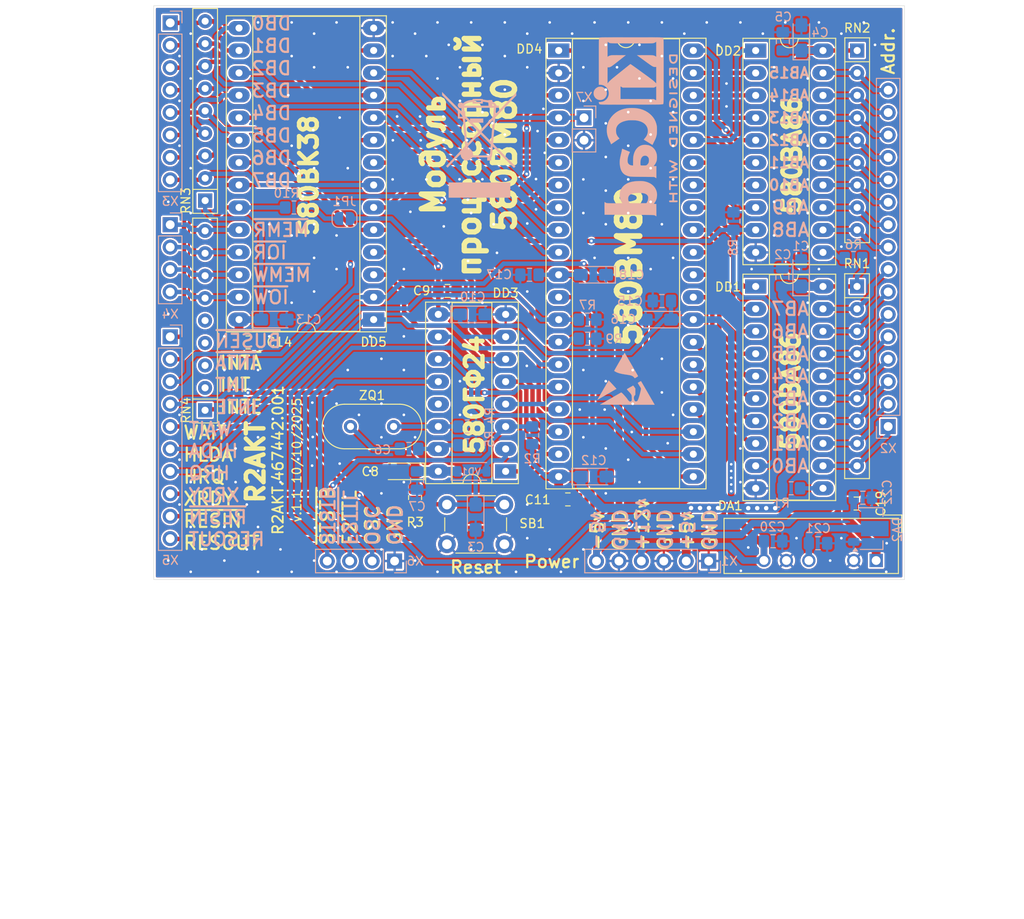
<source format=kicad_pcb>
(kicad_pcb (version 20240108) (generator "pcbnew") (generator_version "8.0")
  (title_block (title "Модуль процессорный 580ВМ80") (date "2025-09-18") (company "R2AKT") (comment 1 "R2AKT.467442.001") (comment 2 "R2AKT"))
  (layers (0 "F.Cu" signal) (31 "B.Cu" signal) (34 "B.Paste" user) (35 "F.Paste" user) (36 "B.SilkS" user "B.Silkscreen") (37 "F.SilkS" user "F.Silkscreen") (38 "B.Mask" user) (39 "F.Mask" user) (44 "Edge.Cuts" user))
  (net 0 "")
  (net 1 "GND")
  (net 2 "+5")
  (net 3 "/~{RESIN}")
  (net 4 "/XTAL1")
  (net 5 "+12")
  (net 6 "-5")
  (net 7 "/A2")
  (net 8 "/AB4")
  (net 9 "/AB0")
  (net 10 "/AB3")
  (net 11 "/HLDA")
  (net 12 "/A0")
  (net 13 "/A4")
  (net 14 "/AB6")
  (net 15 "/A6")
  (net 16 "/AB7")
  (net 17 "/A5")
  (net 18 "/A3")
  (net 19 "/A7")
  (net 20 "/A1")
  (net 21 "/AB2")
  (net 22 "/AB5")
  (net 23 "/AB1")
  (net 24 "/A10")
  (net 25 "/AB9")
  (net 26 "/A8")
  (net 27 "/AB10")
  (net 28 "/AB8")
  (net 29 "/AB15")
  (net 30 "/A13")
  (net 31 "/AB13")
  (net 32 "/A12")
  (net 33 "/A14")
  (net 34 "/AB14")
  (net 35 "/AB11")
  (net 36 "/A15")
  (net 37 "/A11")
  (net 38 "/AB12")
  (net 39 "/A9")
  (net 40 "/SYNC")
  (net 41 "/READY")
  (net 42 "/XRDY")
  (net 43 "/Single_OSC_TTL")
  (net 44 "/~{STSTB}")
  (net 46 "Net-(DD3-F1)")
  (net 47 "/Single_BCLK")
  (net 48 "Net-(DD3-F2)")
  (net 49 "/RESOUT")
  (net 50 "/D7")
  (net 51 "/D5")
  (net 52 "Net-(DD4-~{WR})")
  (net 53 "/INTE")
  (net 54 "Net-(DD4-DBIN)")
  (net 55 "/D4")
  (net 56 "/WAIT")
  (net 57 "/INT")
  (net 58 "/D6")
  (net 59 "/D0")
  (net 60 "/D1")
  (net 61 "/D3")
  (net 62 "/D2")
  (net 63 "/~{IOR}")
  (net 64 "/DB5")
  (net 65 "/DB1")
  (net 66 "/~{IOW}")
  (net 67 "/~{INTA}")
  (net 68 "/DB2")
  (net 69 "/DB0")
  (net 70 "/DB4")
  (net 71 "/DB3")
  (net 72 "/DB7")
  (net 73 "/~{MEMR}")
  (net 74 "/DB6")
  (net 75 "/~{MEMW}")
  (net 80 "/XTAL2")
  (net 81 "Net-(DA1--Vout)")
  (net 82 "Net-(JP1-A)")
  (net 83 "/~{BUSEN}")
  (net 84 "/HRQ")
  (net 85 "Net-(C6-Pad1)")
  (net 86 "Net-(DD1-T)")
  (net 87 "Net-(DD2-T)")
  (footprint "Resistor_THT:R_Array_SIP9" (layer "F.Cu") (at 74.5166 136.7666 90)
    (property "Reference" "RN4")
    (property "Value" "1k")
  )
  (footprint "Resistor_THT:R_Array_SIP9" (layer "F.Cu") (at 148.325 122.745 -90)
    (property "Reference" "RN1")
    (property "Value" "1k")
  )
  (footprint "Button_Switch_THT:SW_PUSH_6mm" (layer "F.Cu") (at 108.4 151.945 180)
    (property "Reference" "SB1")
    (property "Value" "TS-06V-A")
  )
  (footprint "Package_DIP:DIP-40_W15.24mm_Socket_LongPads" (layer "F.Cu") (at 114.55 96.02)
    (property "Reference" "DD4")
    (property "Value" "580ВМ80A (i8080A/AM9080A)")
  )
  (footprint "Capacitor_SMD:C_0805_2012Metric_Pad1.18x1.45mm_HandSolder" (layer "F.Cu") (at 101.9601 123.2538)
    (property "Reference" "C9")
    (property "Value" "100n")
  )
  (footprint "Package_DIP:DIP-20_W7.62mm_Socket_LongPads" (layer "F.Cu") (at 136.8482 122.745)
    (property "Reference" "DD1")
    (property "Value" "580ВА86 (8286)")
  )
  (footprint "Package_DIP:DIP-16_W7.62mm_Socket_LongPads" (layer "F.Cu") (at 108.5426 143.6875 180)
    (property "Reference" "DD3")
    (property "Value" "580ГФ24 (8224)")
  )
  (footprint "Resistor_SMD:R_0805_2012Metric_Pad1.20x1.40mm_HandSolder" (layer "F.Cu") (at 98.291 146.6566 -90)
    (property "Reference" "R3")
    (property "Value" "100k")
  )
  (footprint "Converter_DCDC:Converter_DCDC_TRACO_TBA1-xxxxE_Dual_THT" (layer "F.Cu") (at 150.488 153.7846 -90)
    (property "Reference" "DA1")
    (property "Value" "DAE2-0523")
  )
  (footprint "Capacitor_Tantalum_SMD:CP_EIA-3216-18_Kemet-A_Pad1.58x1.35mm_HandSolder" (layer "F.Cu") (at 96.8535 143.6875 180)
    (property "Reference" "C8")
    (property "Value" "1u")
  )
  (footprint "Capacitor_SMD:C_0805_2012Metric_Pad1.18x1.45mm_HandSolder" (layer "F.Cu") (at 115.5875 146.865)
    (property "Reference" "C11")
    (property "Value" "100n")
  )
  (footprint "Resistor_THT:R_Array_SIP9" (layer "F.Cu") (at 74.525 113.0176 90)
    (property "Reference" "RN3")
    (property "Value" "1k" (hide yes))
  )
  (footprint "Capacitor_SMD:C_0805_2012Metric_Pad1.18x1.45mm_HandSolder" (layer "F.Cu") (at 79.4 129.09)
    (property "Reference" "C14")
    (property "Value" "100n")
  )
  (footprint "Capacitor_SMD:C_0805_2012Metric_Pad1.18x1.45mm_HandSolder" (layer "F.Cu") (at 148.2441 147.333)
    (property "Reference" "C19")
    (property "Value" "4u7")
  )
  (footprint "Package_DIP:DIP-28_W15.24mm_Socket_LongPads" (layer "F.Cu") (at 93.6 126.495 180)
    (property "Reference" "DD5")
    (property "Value" "580ВК38 (8238)")
  )
  (footprint "Package_DIP:DIP-20_W7.62mm_Socket_LongPads" (layer "F.Cu") (at 136.8482 96.025)
    (property "Reference" "DD2")
    (property "Value" "580ВА86 (8286)")
  )
  (footprint "Resistor_THT:R_Array_SIP9" (layer "F.Cu") (at 148.34 96.02 -90)
    (property "Reference" "RN2")
    (property "Value" "1k")
  )
  (footprint "Crystal:Crystal_HC49-U_Vertical" (layer "F.Cu") (at 90.98 138.6075)
    (property "Reference" "ZQ1")
    (property "Value" "22.5MHz")
  )
  (footprint "Capacitor_Tantalum_SMD:CP_EIA-3216-18_Kemet-A_Pad1.58x1.35mm_HandSolder" (layer "B.Cu") (at 105.15 148.8825 -90)
    (property "Reference" "C3")
    (property "Value" "10u")
  )
  (footprint "Symbol:WEEE-Logo_8.4x12mm_SilkScreen" (layer "B.Cu") (at 105.558701 106.707262 180)
    (property "Reference" "REF**" (hide yes))
    (property "Value" "WEEE-Logo_8.4x12mm_SilkScreen" (hide yes))
  )
  (footprint "Resistor_SMD:R_0805_2012Metric_Pad1.20x1.40mm_HandSolder" (layer "B.Cu") (at 84.5844 113.7996)
    (property "Reference" "R10")
    (property "Value" "1k")
  )
  (footprint "Capacitor_Tantalum_SMD:CP_EIA-3216-18_Kemet-A_Pad1.58x1.35mm_HandSolder" (layer "B.Cu") (at 104.8188 125.9075)
    (property "Reference" "C10")
    (property "Value" "1u")
  )
  (footprint "Resistor_SMD:R_0805_2012Metric_Pad1.20x1.40mm_HandSolder" (layer "B.Cu") (at 134.3336 115.34 90)
    (property "Reference" "R8")
    (property "Value" "10k")
  )
  (footprint "Connector_PinHeader_2.54mm:PinHeader_1x02_P2.54mm_Vertical" (layer "B.Cu") (at 117.4172 103.64 180)
    (property "Reference" "X7")
    (property "Value" "M1")
  )
  (footprint "Connector_PinHeader_2.54mm:PinHeader_1x04_P2.54mm_Vertical" (layer "B.Cu") (at 95.97 153.8475 90)
    (property "Reference" "X6")
    (property "Value" "Clock")
  )
  (footprint "Symbol:ESD-Logo_6.6x6mm_SilkScreen" (layer "B.Cu") (at 122.166761 133.1852 180)
    (property "Reference" "REF**" (hide yes))
    (property "Value" "ESD-Logo_6.6x6mm_SilkScreen" (hide yes))
  )
  (footprint "Capacitor_Tantalum_SMD:CP_EIA-3216-18_Kemet-A_Pad1.58x1.35mm_HandSolder" (layer "B.Cu") (at 125.8325 126.5 180)
    (property "Reference" "C16")
    (property "Value" "1u")
  )
  (footprint "Capacitor_SMD:C_0805_2012Metric_Pad1.18x1.45mm_HandSolder" (layer "B.Cu") (at 148.9855 146.6726)
    (property "Reference" "C22")
    (property "Value" "100n")
  )
  (footprint "Capacitor_SMD:C_0805_2012Metric_Pad1.18x1.45mm_HandSolder" (layer "B.Cu") (at 97.6091 141.1475)
    (property "Reference" "C6")
    (property "Value" "10p")
  )
  (footprint "Connector_PinHeader_2.54mm:PinHeader_1x10_P2.54mm_Vertical" (layer "B.Cu") (at 70.57 128.4475 180)
    (property "Reference" "X5")
    (property "Value" "Control")
  )
  (footprint "Resistor_SMD:R_0805_2012Metric_Pad1.20x1.40mm_HandSolder" (layer "B.Cu") (at 147.925 119.52)
    (property "Reference" "R6")
    (property "Value" "1k")
  )
  (footprint "Capacitor_Tantalum_SMD:CP_EIA-3216-18_Kemet-A_Pad1.58x1.35mm_HandSolder" (layer "B.Cu") (at 118.52 144.28)
    (property "Reference" "C12")
    (property "Value" "1u")
  )
  (footprint "Connector_PinHeader_2.54mm:PinHeader_1x04_P2.54mm_Vertical" (layer "B.Cu") (at 70.57 115.7475 180)
    (property "Reference" "X4")
    (property "Value" "Mode")
  )
  (footprint "Connector_PinHeader_2.54mm:PinHeader_1x06_P2.54mm_Vertical" (layer "B.Cu") (at 131.53 153.8475 90)
    (property "Reference" "X1")
    (property "Value" "Power")
  )
  (footprint "Symbol:KiCad-Logo2_8mm_SilkScreen" (layer "B.Cu") (at 122.435624 104.651107 -90)
    (property "Reference" "REF**" (hide yes))
    (property "Value" "KiCad-Logo2_8mm_SilkScreen" (hide yes))
  )
  (footprint "Capacitor_Tantalum_SMD:CP_EIA-3216-18_Kemet-A_Pad1.58x1.35mm_HandSolder" (layer "B.Cu") (at 82.3125 126.495)
    (property "Reference" "C13")
    (property "Value" "1u")
  )
  (footprint "Capacitor_Tantalum_SMD:CP_EIA-3216-18_Kemet-A_Pad1.58x1.35mm_HandSolder" (layer "B.Cu") (at 118.4825 121.42 180)
    (property "Reference" "C18")
    (property "Value" "1u")
  )
  (footprint "Resistor_SMD:R_0805_2012Metric_Pad1.20x1.40mm_HandSolder" (layer "B.Cu") (at 117.8142 128.664 180)
    (property "Reference" "R9")
    (property "Value" "10k")
  )
  (footprint "Capacitor_SMD:C_0805_2012Metric_Pad1.18x1.45mm_HandSolder" (layer "B.Cu") (at 139.925 94.9825 90)
    (property "Reference" "C5")
    (property "Value" "100n")
  )
  (footprint "Capacitor_Tantalum_SMD:CP_EIA-3216-18_Kemet-A_Pad1.58x1.35mm_HandSolder" (layer "B.Cu") (at 142 121.3075 90)
    (property "Reference" "C1")
    (property "Value" "1u")
  )
  (footprint "Capacitor_SMD:C_0805_2012Metric_Pad1.18x1.45mm_HandSolder" (layer "B.Cu") (at 139.8708 121.7075 90)
    (property "Reference" "C2")
    (property "Value" "100n")
  )
  (footprint "Capacitor_SMD:C_0805_2012Metric_Pad1.18x1.45mm_HandSolder" (layer "B.Cu") (at 98.5196 144.725 -90)
    (property "Reference" "C7")
    (property "Value" "100n")
  )
  (footprint "Resistor_SMD:R_0805_2012Metric_Pad1.20x1.40mm_HandSolder" (layer "B.Cu") (at 104.1932 138.6075)
    (property "Reference" "R4")
    (property "Value" "560")
  )
  (footprint "Connector_PinHeader_2.54mm:PinHeader_1x16_P2.54mm_Vertical" (layer "B.Cu") (at 151.85 138.6075)
    (property "Reference" "X2")
    (property "Value" "Address")
  )
  (footprint "Capacitor_SMD:C_0805_2012Metric_Pad1.18x1.45mm_HandSolder" (layer "B.Cu") (at 126.2325 124.395 180)
    (property "Reference" "C15")
    (property "Value" "100n")
  )
  (footprint "Jumper:SolderJumper-2_P1.3mm_Open_RoundedPad1.0x1.5mm" (layer "B.Cu") (at 90.3004 115.0496)
    (property "Reference" "JP1")
    (property "Value" "Jumper_2_Open")
  )
  (footprint "Resistor_SMD:R_0805_2012Metric_Pad1.20x1.40mm_HandSolder" (layer "B.Cu") (at 104.1932 140.729 180)
    (property "Reference" "R5")
    (property "Value" "560")
  )
  (footprint "Resistor_SMD:R_0805_2012Metric_Pad1.20x1.40mm_HandSolder" (layer "B.Cu") (at 140.8708 145.605 180)
    (property "Reference" "R1")
    (property "Value" "1k")
  )
  (footprint "Capacitor_SMD:C_0805_2012Metric_Pad1.18x1.45mm_HandSolder" (layer "B.Cu") (at 143.9055 151.8288)
    (property "Reference" "C21")
    (property "Value" "1u")
  )
  (footprint "Capacitor_Tantalum_SMD:CP_EIA-3216-18_Kemet-A_Pad1.58x1.35mm_HandSolder" (layer "B.Cu") (at 142.025 94.5825 90)
    (property "Reference" "C4")
    (property "Value" "1u")
  )
  (footprint "Package_TO_SOT_SMD:SOT-89-3" (layer "B.Cu") (at 149.898 150.17)
    (property "Reference" "DA2")
    (property "Value" "L79L05")
  )
  (footprint "Resistor_SMD:R_0805_2012Metric_Pad1.20x1.40mm_HandSolder" (layer "B.Cu") (at 111.5463 139.6075 90)
    (property "Reference" "R2")
    (property "Value" "10k")
  )
  (footprint "Capacitor_SMD:C_0805_2012Metric_Pad1.18x1.45mm_HandSolder" (layer "B.Cu") (at 111.2375 121.42 180)
    (property "Reference" "C17")
    (property "Value" "100n")
  )
  (footprint "Capacitor_SMD:C_0805_2012Metric_Pad1.18x1.45mm_HandSolder" (layer "B.Cu") (at 138.8255 151.6002)
    (property "Reference" "C20")
    (property "Value" "1u")
  )
  (footprint "Resistor_SMD:R_0805_2012Metric_Pad1.20x1.40mm_HandSolder" (layer "B.Cu") (at 117.8142 126.5 180)
    (property "Reference" "R7")
    (property "Value" "10k")
  )
  (footprint "Diode_SMD:D_SOD-123" (layer "B.Cu") (at 104.7426 143.6875)
    (property "Reference" "VD1")
    (property "Value" "1N914BWS")
  )
  (footprint "Connector_PinHeader_2.54mm:PinHeader_1x08_P2.54mm_Vertical" (layer "B.Cu") (at 70.57 92.8875 180)
    (property "Reference" "X3")
    (property "Value" "Data")
  )
  (gr_rect (start 68.7 90.945) (end 153.7 155.945) (stroke (width 0.05)) (fill none) (layer "Edge.Cuts"))
  (gr_text "~{STSTB}" (at 88.35 148.72 -90) (layer "B.SilkS") (effects (font (size 1.5 1.5) (thickness 0.25) (bold yes)) (justify mirror)))
  (gr_text "DB1" (at 82.035 95.4916 0) (layer "B.SilkS") (effects (font (size 1.5 1.5) (thickness 0.25) (bold yes)) (justify mirror)))
  (gr_text "+12v" (at 124.0208 149.611143 -90) (layer "B.SilkS") (effects (font (size 1.5 1.5) (thickness 0.25) (bold yes)) (justify mirror)))
  (gr_text "HLDA" (at 75.457943 141.3975 0) (layer "B.SilkS") (effects (font (size 1.5 1.5) (thickness 0.25) (bold yes)) (justify mirror)))
  (gr_text "GND" (at 95.97 149.755714 -90) (layer "B.SilkS") (effects (font (size 1.5 1.5) (thickness 0.25) (bold yes)) (justify mirror)))
  (gr_text "~{INTA}" (at 78.029657 131.4186 0) (layer "B.SilkS") (effects (font (size 1.5 1.5) (thickness 0.25) (bold yes)) (justify mirror)))
  (gr_text "WAIT" (at 75.1008 138.9002 0) (layer "B.SilkS") (effects (font (size 1.5 1.5) (thickness 0.25) (bold yes)) (justify mirror)))
  (gr_text "AB13" (at 140.625 103.64 0) (layer "B.SilkS") (effects (font (size 1.2 1.2) (thickness 0.25) (bold yes)) (justify mirror)))
  (gr_text "AB10" (at 140.625 111.26 0) (layer "B.SilkS") (effects (font (size 1.2 1.2) (thickness 0.25) (bold yes)) (justify mirror)))
  (gr_text "AB4" (at 140.75 132.935 0) (layer "B.SilkS") (effects (font (size 1.5 1.5) (thickness 0.25) (bold yes)) (justify mirror)))
  (gr_text "AB8" (at 140.8 116.34 0) (layer "B.SilkS") (effects (font (size 1.5 1.5) (thickness 0.25) (bold yes)) (justify mirror)))
  (gr_text "DB7" (at 82.035 110.7316 0) (layer "B.SilkS") (effects (font (size 1.5 1.5) (thickness 0.25) (bold yes)) (justify mirror)))
  (gr_text "AB11" (at 140.625 108.72 0) (layer "B.SilkS") (effects (font (size 1.2 1.2) (thickness 0.25) (bold yes)) (justify mirror)))
  (gr_text "-5v" (at 118.9408 150.325429 -90) (layer "B.SilkS") (effects (font (size 1.5 1.5) (thickness 0.25) (bold yes)) (justify mirror)))
  (gr_text "~{IOR}" (at 81.867857 118.89 0) (layer "B.SilkS") (effects (font (size 1.5 1.5) (thickness 0.25) (bold yes)) (justify mirror)))
  (gr_text "AB6" (at 140.75 127.855 0) (layer "B.SilkS") (effects (font (size 1.5 1.5) (thickness 0.25) (bold yes)) (justify mirror)))
  (gr_text "AB14" (at 140.625 101.1 0) (layer "B.SilkS") (effects (font (size 1.2 1.2) (thickness 0.25) (bold yes)) (justify mirror)))
  (gr_text "DB3" (at 82.035 100.5716 0) (layer "B.SilkS") (effects (font (size 1.5 1.5) (thickness 0.25) (bold yes)) (justify mirror)))
  (gr_text "AB12" (at 140.625 106.18 0) (layer "B.SilkS") (effects (font (size 1.2 1.2) (thickness 0.25) (bold yes)) (justify mirror)))
  (gr_text "INTE" (at 78.065371 136.4132 0) (layer "B.SilkS") (effects (font (size 1.5 1.5) (thickness 0.25) (bold yes)) (justify mirror)))
  (gr_text "AB15" (at 140.625 98.56 0) (layer "B.SilkS") (effects (font (size 1.2 1.2) (thickness 0.25) (bold yes)) (justify mirror)))
  (gr_text "OSC" (at 93.43 149.791428 -90) (layer "B.SilkS") (effects (font (size 1.5 1.5) (thickness 0.25) (bold yes)) (justify mirror)))
  (gr_text "HRQ" (at 74.993658 143.8948 0) (layer "B.SilkS") (effects (font (size 1.5 1.5) (thickness 0.25) (bold yes)) (justify mirror)))
  (gr_text "AB7" (at 140.75 125.285 0) (layer "B.SilkS") (effects (font (size 1.5 1.5) (thickness 0.25) (bold yes)) (justify mirror)))
  (gr_text "F2TTL" (at 90.89 148.934286 -90) (layer "B.SilkS") (effects (font (size 1.5 1.5) (thickness 0.25) (bold yes)) (justify mirror)))
  (gr_text "~{MEMR}" (at 83.117857 116.35 0) (layer "B.SilkS") (effects (font (size 1.5 1.5) (thickness 0.25) (bold yes)) (justify mirror)))
  (gr_text "RESOUT" (at 76.957943 151.3867 0) (layer "B.SilkS") (effects (font (size 1.5 1.5) (thickness 0.25) (bold yes)) (justify mirror)))
  (gr_text "GND" (at 126.5608 150.254 -90) (layer "B.SilkS") (effects (font (size 1.5 1.5) (thickness 0.25) (bold yes)) (justify mirror)))
  (gr_text "AB0" (at 140.75 143.095 0) (layer "B.SilkS") (effects (font (size 1.5 1.5) (thickness 0.25) (bold yes)) (justify mirror)))
  (gr_text "XRDY" (at 75.529371 146.3921 0) (layer "B.SilkS") (effects (font (size 1.5 1.5) (thickness 0.25) (bold yes)) (justify mirror)))
  (gr_text "DB6" (at 82.035 108.1916 0) (layer "B.SilkS") (effects (font (size 1.5 1.5) (thickness 0.25) (bold yes)) (justify mirror)))
  (gr_text "~{MEMW}" (at 83.225 121.43 0) (layer "B.SilkS") (effects (font (size 1.5 1.5) (thickness 0.25) (bold yes)) (justify mirror)))
  (gr_text "DB2" (at 82.035 98.0316 0) (layer "B.SilkS") (effects (font (size 1.5 1.5) (thickness 0.25) (bold yes)) (justify mirror)))
  (gr_text "DB0" (at 82.035 92.9516 0) (layer "B.SilkS") (effects (font (size 1.5 1.5) (thickness 0.25) (bold yes)) (justify mirror)))
  (gr_text "GND" (at 131.6158 150.254 -90) (layer "B.SilkS") (effects (font (size 1.5 1.5) (thickness 0.25) (bold yes)) (justify mirror)))
  (gr_text "AB2" (at 140.75 138.015 0) (layer "B.SilkS") (effects (font (size 1.5 1.5) (thickness 0.25) (bold yes)) (justify mirror)))
  (gr_text "AB3" (at 140.75 135.475 0) (layer "B.SilkS") (effects (font (size 1.5 1.5) (thickness 0.25) (bold yes)) (justify mirror)))
  (gr_text "DB4" (at 82.035 103.1116 0) (layer "B.SilkS") (effects (font (size 1.5 1.5) (thickness 0.25) (bold yes)) (justify mirror)))
  (gr_text "~{IOW}" (at 81.975 123.97 0) (layer "B.SilkS") (effects (font (size 1.5 1.5) (thickness 0.25) (bold yes)) (justify mirror)))
  (gr_text "AB9" (at 140.8 113.8 0) (layer "B.SilkS") (effects (font (size 1.5 1.5) (thickness 0.25) (bold yes)) (justify mirror)))
  (gr_text "DB5" (at 82.035 105.6516 0) (layer "B.SilkS") (effects (font (size 1.5 1.5) (thickness 0.25) (bold yes)) (justify mirror)))
  (gr_text "INT" (at 77.3868 133.9159 0) (layer "B.SilkS") (effects (font (size 1.5 1.5) (thickness 0.25) (bold yes)) (justify mirror)))
  (gr_text "AB5" (at 140.75 130.395 0) (layer "B.SilkS") (effects (font (size 1.5 1.5) (thickness 0.25) (bold yes)) (justify mirror)))
  (gr_text "+5v" (at 129.1008 150.325429 -90) (layer "B.SilkS") (effects (font (size 1.5 1.5) (thickness 0.25) (bold yes)) (justify mirror)))
  (gr_text "~{RESIN}" (at 75.957943 148.8894 0) (layer "B.SilkS") (effects (font (size 1.5 1.5) (thickness 0.25) (bold yes)) (justify mirror)))
  (gr_text "~{BUSEN}" (at 79.3868 128.9213 0) (layer "B.SilkS") (effects (font (size 1.5 1.5) (thickness 0.25) (bold yes)) (justify mirror)))
  (gr_text "GND" (at 121.4808 150.254 -90) (layer "B.SilkS") (effects (font (size 1.5 1.5) (thickness 0.25) (bold yes)) (justify mirror)))
  (gr_text "AB1" (at 140.75 140.555 0) (layer "B.SilkS") (effects (font (size 1.5 1.5) (thickness 0.25) (bold yes)) (justify mirror)))
  (gr_text "580ВА86" (at 142.1475 114.804524 90) (layer "F.SilkS") (effects (font (size 2 2) (thickness 0.5) (bold yes)) (justify left bottom)))
  (gr_text "GND" (at 121.4766 150.3556 90) (layer "F.SilkS") (effects (font (size 1.5 1.5) (thickness 0.25) (bold yes))))
  (gr_text "WAIT" (at 74.5192 139.3066 -0) (layer "F.SilkS") (effects (font (size 1.5 1.5) (thickness 0.25) (bold yes))))
  (gr_text "Power" (at 113.7596 153.9116 0) (layer "F.SilkS") (effects (font (size 1.4 1.4) (thickness 0.25) (bold yes))))
  (gr_text "580ВК38" (at 87.4275 117.281905 90) (layer "F.SilkS") (effects (font (size 2 2) (thickness 0.5) (bold yes)) (justify left bottom)))
  (gr_text "R2AKT.467442.001" (at 82.7716 142.4054 90) (layer "F.SilkS") (effects (font (size 1.2 1.2) (thickness 0.2) (bold yes))))
  (gr_text "INTE" (at 78.606 136.3845 -0) (layer "F.SilkS") (effects (font (size 1.5 1.5) (thickness 0.25) (bold yes))))
  (gr_text "~{STSTB}" (at 88.35 148.723572 90) (layer "F.SilkS") (effects (font (size 1.5 1.5) (thickness 0.25) (bold yes))))
  (gr_text "~{INTA}" (at 78.570286 131.3899 -0) (layer "F.SilkS") (effects (font (size 1.5 1.5) (thickness 0.25) (bold yes))))
  (gr_text "OSC" (at 93.43 149.795 90) (layer "F.SilkS") (effects (font (size 1.5 1.5) (thickness 0.25) (bold yes))))
  (gr_text "RESOUT" (at 76.376343 151.7931 -0) (layer "F.SilkS") (effects (font (size 1.5 1.5) (thickness 0.25) (bold yes))))
  (gr_text "HLDA" (at 74.876343 141.8039 -0) (layer "F.SilkS") (effects (font (size 1.5 1.5) (thickness 0.25) (bold yes))))
  (gr_text "HRQ" (at 74.412058 144.3012 -0) (layer "F.SilkS") (effects (font (size 1.5 1.5) (thickness 0.25) (bold yes))))
  (gr_text "580ВА86" (at 142 141.529524 90) (layer "F.SilkS") (effects (font (size 2 2) (thickness 0.5) (bold yes)) (justify left bottom)))
  (gr_text "~{RESIN}" (at 75.376343 149.2958 -0) (layer "F.SilkS") (effects (font (size 1.5 1.5) (thickness 0.25) (bold yes))))
  (gr_text "INT" (at 77.927429 133.8872 -0) (layer "F.SilkS") (effects (font (size 1.5 1.5) (thickness 0.25) (bold yes))))
  (gr_text "580ГФ24" (at 106.1951 142.004167 90) (layer "F.SilkS") (effects (font (size 2 2) (thickness 0.5) (bold yes)) (justify left bottom)))
  (gr_text "-5v" (at 118.9366 150.427029 90) (layer "F.SilkS") (effects (font (size 1.5 1.5) (thickness 0.25) (bold yes))))
  (gr_text "Reset" (at 105.15 154.5466 0) (layer "F.SilkS") (effects (font (size 1.4 1.4) (thickness 0.25) (bold yes))))
  (gr_text "R2AKT" (at 81.4 147.526828 90) (layer "F.SilkS") (effects (font (size 2 2) (thickness 0.5) (bold yes)) (justify left bottom)))
  (gr_text "GND" (at 126.5566 150.3556 90) (layer "F.SilkS") (effects (font (size 1.5 1.5) (thickness 0.25) (bold yes))))
  (gr_text "GND" (at 95.97 149.759286 90) (layer "F.SilkS") (effects (font (size 1.5 1.5) (thickness 0.25) (bold yes))))
  (gr_text "Модуль\nпроцессорный\n580ВМ80" (at 109.88436 107.8106 90) (layer "F.SilkS") (effects (font (size 2.5 2.5) (thickness 0.6) (bold yes)) (justify bottom)))
  (gr_text "XRDY" (at 74.947771 146.7985 0) (layer "F.SilkS") (effects (font (size 1.5 1.5) (thickness 0.25) (bold yes))))
  (gr_text "+12v" (at 124.0166 149.712743 90) (layer "F.SilkS") (effects (font (size 1.5 1.5) (thickness 0.25) (bold yes))))
  (gr_text "GND" (at 131.6116 150.3556 90) (layer "F.SilkS") (effects (font (size 1.5 1.5) (thickness 0.25) (bold yes))))
  (gr_text "580ВМ80" (at 124.06325 129.83619 90) (layer "F.SilkS") (effects (font (size 2.6 2.6) (thickness 0.65) (bold yes)) (justify left bottom)))
  (gr_text "+5v" (at 129.0966 150.427029 90) (layer "F.SilkS") (effects (font (size 1.5 1.5) (thickness 0.25) (bold yes))))
  (gr_text "F2TTL" (at 90.89 148.937858 90) (layer "F.SilkS") (effects (font (size 1.5 1.5) (thickness 0.25) (bold yes))))
  (gr_text "v.1.1 10/10/2025" (at 84.9052 142.405399 90) (layer "F.SilkS") (effects (font (size 1 1))))
  (gr_text "Addr." (at 151.85 96.0758 90) (layer "F.SilkS") (effects (font (size 1.4 1.4) (thickness 0.25) (bold yes))))
  (via (at 89.401 136.01675) (size 0.6) (drill 0.3) (layers "F.Cu" "B.Cu") (net 1))
  (via (at 142.741 110.61675) (size 0.6) (drill 0.3) (layers "F.Cu" "B.Cu") (net 1))
  (via (at 90.671 132.20675) (size 0.6) (drill 0.3) (layers "F.Cu" "B.Cu") (net 1))
  (via (at 105.911 99.18675) (size 0.6) (drill 0.3) (layers "F.Cu" "B.Cu") (net 1))
  (via (at 100.831 155.06675) (size 0.6) (drill 0.3) (layers "F.Cu" "B.Cu") (net 1))
  (via (at 113.531 152.52675) (size 0.6) (drill 0.3) (layers "F.Cu" "B.Cu") (net 1))
  (via (at 99.561 110.61675) (size 0.6) (drill 0.3) (layers "F.Cu" "B.Cu") (net 1))
  (via (at 94.481 130.93675) (size 0.6) (drill 0.3) (layers "F.Cu" "B.Cu") (net 1))
  (via (at 124.961 109.34675) (size 0.6) (drill 0.3) (layers "F.Cu" "B.Cu") (net 1))
  (via (at 103.371 101.72675) (size 0.6) (drill 0.3) (layers "F.Cu" "B.Cu") (net 1))
  (via (at 101.5168 106.185) (size 0.6) (drill 0.3) (layers "F.Cu" "B.Cu") (net 1))
  (via (at 127.501 110.61675) (size 0.6) (drill 0.3) (layers "F.Cu" "B.Cu") (net 1))
  (via (at 132.581 95.37675) (size 0.6) (drill 0.3) (layers "F.Cu" "B.Cu") (net 1))
  (via (at 93.211 143.63675) (size 0.6) (drill 0.3) (layers "F.Cu" "B.Cu") (net 1))
  (via (at 105.911 95.37675) (size 0.6) (drill 0.3) (layers "F.Cu" "B.Cu") (net 1))
  (via (at 122.421 92.83675) (size 0.6) (drill 0.3) (layers "F.Cu" "B.Cu") (net 1))
  (via (at 135.121 92.83675) (size 0.6) (drill 0.3) (layers "F.Cu" "B.Cu") (net 1))
  (via (at 84.321 120.77675) (size 0.6) (drill 0.3) (layers "F.Cu" "B.Cu") (net 1))
  (via (at 140.201 92.83675) (size 0.6) (drill 0.3) (layers "F.Cu" "B.Cu") (net 1))
  (via (at 122.421 110.61675) (size 0.6) (drill 0.3) (layers "F.Cu" "B.Cu") (net 1))
  (via (at 104.641 137.28675) (size 0.6) (drill 0.3) (layers "F.Cu" "B.Cu") (net 1))
  (via (at 142.741 139.82675) (size 0.6) (drill 0.3) (layers "F.Cu" "B.Cu") (net 1))
  (via (at 104.1584 106.185) (size 0.6) (drill 0.3) (layers "F.Cu" "B.Cu") (net 1))
  (via (at 89.401 92.83675) (size 0.6) (drill 0.3) (layers "F.Cu" "B.Cu") (net 1))
  (via (at 97.021 137.28675) (size 0.6) (drill 0.3) (layers "F.Cu" "B.Cu") (net 1))
  (via (at 75.431 143.63675) (size 0.6) (drill 0.3) (layers "F.Cu" "B.Cu") (net 1))
  (via (at 95.751 96.64675) (size 0.6) (drill 0.3) (layers "F.Cu" "B.Cu") (net 1))
  (via (at 149.091 92.83675) (size 0.6) (drill 0.3) (layers "F.Cu" "B.Cu") (net 1))
  (via (at 98.8498 103.4926) (size 0.6) (drill 0.3) (layers "F.Cu" "B.Cu") (net 1))
  (via (at 84.321 92.83675) (size 0.6) (drill 0.3) (layers "F.Cu" "B.Cu") (net 1))
  (via (at 86.861 97.91675) (size 0.6) (drill 0.3) (layers "F.Cu" "B.Cu") (net 1))
  (via (at 117.341 114.42675) (size 0.6) (drill 0.3) (layers "F.Cu" "B.Cu") (net 1))
  (via (at 83.051 141.09675) (size 0.6) (drill 0.3) (layers "F.Cu" "B.Cu") (net 1))
  (via (at 110.991 151.25675) (size 0.6) (drill 0.3) (layers "F.Cu" "B.Cu") (net 1))
  (via (at 98.926 106.185) (size 0.6) (drill 0.3) (layers "F.Cu" "B.Cu") (net 1))
  (via (at 74.161 152.52675) (size 0.6) (drill 0.3) (layers "F.Cu" "B.Cu") (net 1))
  (via (at 126.231 115.69675) (size 0.6) (drill 0.3) (layers "F.Cu" "B.Cu") (net 1))
  (via (at 98.291 139.82675) (size 0.6) (drill 0.3) (layers "F.Cu" "B.Cu") (net 1))
  (via (at 104.2854 119.8502) (size 0.6) (drill 0.3) (layers "F.Cu" "B.Cu") (net 1))
  (via (at 144.011 92.83675) (size 0.6) (drill 0.3) (layers "F.Cu" "B.Cu") (net 1))
  (via (at 104.641 152.52675) (size 0.6) (drill 0.3) (layers "F.Cu" "B.Cu") (net 1))
  (via (at 85.0576 142.3038) (size 0.6) (drill 0.3) (layers "F.Cu" "B.Cu") (net 1))
  (via (at 72.891 99.18675) (size 0.6) (drill 0.3) (layers "F.Cu" "B.Cu") (net 1))
  (via (at 124.961 120.77675) (size 0.6) (drill 0.3) (layers "F.Cu" "B.Cu") (net 1))
  (via (at 127.501 106.80675) (size 0.6) (drill 0.3) (layers "F.Cu" "B.Cu") (net 1))
  (via (at 126.231 134.74675) (size 0.6) (drill 0.3) (layers "F.Cu" "B.Cu") (net 1))
  (via (at 122.421 142.36675) (size 0.6) (drill 0.3) (layers "F.Cu" "B.Cu") (net 1))
  (via (at 138.931 105.53675) (size 0.6) (drill 0.3) (layers "F.Cu" "B.Cu") (net 1))
  (via (at 117.341 101.72675) (size 0.6) (drill 0.3) (layers "F.Cu" "B.Cu") (net 1))
  (via (at 102.101 124.58675) (size 0.6) (drill 0.3) (layers "F.Cu" "B.Cu") (net 1))
  (via (at 110.4576 128.664) (size 0.6) (drill 0.3) (layers "F.Cu" "B.Cu") (net 1))
  (via (at 93.211 149.98675) (size 0.6) (drill 0.3) (layers "F.Cu" "B.Cu") (net 1))
  (via (at 119.881 141.09675) (size 0.6) (drill 0.3) (layers "F.Cu" "B.Cu") (net 1))
  (via (at 71.621 137.28675) (size 0.6) (drill 0.3) (layers "F.Cu" "B.Cu") (net 1))
  (via (at 95.7764 106.185) (size 0.6) (drill 0.3) (layers "F.Cu" "B.Cu") (net 1))
  (via (at 126.231 130.93675) (size 0.6) (drill 0.3) (layers "F.Cu" "B.Cu") (net 1))
  (via (at 151.631 155.06675) (size 0.6) (drill 0.3) (layers "F.Cu" "B.Cu") (net 1))
  (via (at 81.781 128.39675) (size 0.6) (drill 0.3) (layers "F.Cu" "B.Cu") (net 1))
  (via (at 72.891 139.82675) (size 0.6) (drill 0.3) (layers "F.Cu" "B.Cu") (net 1))
  (via (at 89.401 155.06675) (size 0.6) (drill 0.3) (layers "F.Cu" "B.Cu") (net 1))
  (via (at 77.971 141.09675) (size 0.6) (drill 0.3) (layers "F.Cu" "B.Cu") (net 1))
  (via (at 126.8914 140.5004) (size 0.6) (drill 0.3) (layers "F.Cu" "B.Cu") (net 1))
  (via (at 119.754 136.6904) (size 0.6) (drill 0.3) (layers "F.Cu" "B.Cu") (net 1))
  (via (at 110.991 115.6084) (size 0.6) (drill 0.3) (layers "F.Cu" "B.Cu") (net 1))
  (via (at 89.7566 142.8118) (size 0.6) (drill 0.3) (layers "F.Cu" "B.Cu") (net 1))
  (via (at 118.611 92.83675) (size 0.6) (drill 0.3) (layers "F.Cu" "B.Cu") (net 1))
  (via (at 138.931 97.91675) (size 0.6) (drill 0.3) (layers "F.Cu" "B.Cu") (net 1))
  (via (at 123.691 149.98675) (size 0.6) (drill 0.3) (layers "F.Cu" "B.Cu") (net 1))
  (via (at 86.861 153.79675) (size 0.6) (drill 0.3) (layers "F.Cu" "B.Cu") (net 1))
  (via (at 104.641 114.42675) (size 0.6) (drill 0.3) (layers "F.Cu" "B.Cu") (net 1))
  (via (at 146.551 94.10675) (size 0.6) (drill 0.3) (layers "F.Cu" "B.Cu") (net 1))
  (via (at 80.511 143.63675) (size 0.6) (drill 0.3) (layers "F.Cu" "B.Cu") (net 1))
  (via (at 71.621 101.72675) (size 0.6) (drill 0.3) (layers "F.Cu" "B.Cu") (net 1))
  (via (at 122.421 114.42675) (size 0.6) (drill 0.3) (layers "F.Cu" "B.Cu") (net 1))
  (via (at 72.891 114.42675) (size 0.6) (drill 0.3) (layers "F.Cu" "B.Cu") (net 1))
  (via (at 119.881 111.88675) (size 0.6) (drill 0.3) (layers "F.Cu" "B.Cu") (net 1))
  (via (at 119.881 100.45675) (size 0.6) (drill 0.3) (layers "F.Cu" "B.Cu") (net 1))
  (via (at 86.6324 143.0404) (size 0.6) (drill 0.3) (layers "F.Cu" "B.Cu") (net 1))
  (via (at 131.311 92.83675) (size 0.6) (drill 0.3) (layers "F.Cu" "B.Cu") (net 1))
  (via (at 142.741 106.80675) (size 0.6) (drill 0.3) (layers "F.Cu" "B.Cu") (net 1))
  (via (at 76.701 128.39675) (size 0.6) (drill 0.3) (layers "F.Cu" "B.Cu") (net 1))
  (via (at 84.321 106.80675) (size 0.6) (drill 0.3) (layers "F.Cu" "B.Cu") (net 1))
  (via (at 101.4914 103.4926) (size 0.6) (drill 0.3) (layers "F.Cu" "B.Cu") (net 1))
  (via (at 144.011 120.77675) (size 0.6) (drill 0.3) (layers "F.Cu" "B.Cu") (net 1))
  (via (at 98.291 149.98675) (size 0.6) (drill 0.3) (layers "F.Cu" "B.Cu") (net 1))
  (via (at 97.021 132.20675) (size 0.6) (drill 0.3) (layers "F.Cu" "B.Cu") (net 1))
  (via (at 90.3662 146.571) (size 0.6) (drill 0.3) (layers "F.Cu" "B.Cu") (net 1))
  (via (at 110.991 94.10675) (size 0.6) (drill 0.3) (layers "F.Cu" "B.Cu") (net 1))
  (via (at 99.561 96.64675) (size 0.6) (drill 0.3) (layers "F.Cu" "B.Cu") (net 1))
  (via (at 98.291 153.79675) (size 0.6) (drill 0.3) (layers "F.Cu" "B.Cu") (net 1))
  (via (at 131.311 149.98675) (size 0.6) (drill 0.3) (layers "F.Cu" "B.Cu") (net 1))
  (via (at 86.7594 105.0166) (size 0.6) (drill 0.3) (layers "F.Cu" "B.Cu") (net 1))
  (via (at 119.881 146.17675) (size 0.6) (drill 0.3) (layers "F.Cu" "B.Cu") (net 1))
  (via (at 151.6818 151.8288) (size 0.6) (drill 0.3) (layers "F.Cu" "B.Cu") (net 1))
  (via (at 127.501 137.28675) (size 0.6) (drill 0.3) (layers "F.Cu" "B.Cu") (net 1))
  (via (at 150.361 95.37675) (size 0.6) (drill 0.3) (layers "F.Cu" "B.Cu") (net 1))
  (via (at 127.501 102.99675) (size 0.6) (drill 0.3) (layers "F.Cu" "B.Cu") (net 1))
  (via (at 124.961 105.53675) (size 0.6) (drill 0.3) (layers "F.Cu" "B.Cu") (net 1))
  (via (at 108.451 105.53675) (size 0.6) (drill 0.3) (layers "F.Cu" "B.Cu") (net 1))
  (via (at 117.341 97.91675) (size 0.6) (drill 0.3) (layers "F.Cu" "B.Cu") (net 1))
  (via (at 86.861 119.50675) (size 0.6) (drill 0.3) (layers "F.Cu" "B.Cu") (net 1))
  (via (at 116.071 94.10675) (size 0.6) (drill 0.3) (layers "F.Cu" "B.Cu") (net 1))
  (via (at 124.961 101.72675) (size 0.6) (drill 0.3) (layers "F.Cu" "B.Cu") (net 1))
  (via (at 135.121 141.09675) (size 0.6) (drill 0.3) (layers "F.Cu" "B.Cu") (net 1))
  (via (at 76.701 149.98675) (size 0.6) (drill 0.3) (layers "F.Cu" "B.Cu") (net 1))
  (via (at 136.01 152.3114) (size 0.6) (drill 0.3) (layers "F.Cu" "B.Cu") (net 1))
  (via (at 138.931 101.72675) (size 0.6) (drill 0.3) (layers "F.Cu" "B.Cu") (net 1))
  (via (at 117.341 139.82675) (size 0.6) (drill 0.3) (layers "F.Cu" "B.Cu") (net 1))
  (via (at 89.401 120.77675) (size 0.6) (drill 0.3) (layers "F.Cu" "B.Cu") (net 1))
  (via (at 112.9722 107.6074) (size 0.6) (drill 0.3) (layers "F.Cu" "B.Cu") (net 1))
  (via (at 117.341 132.20675) (size 0.6) (drill 0.3) (layers "F.Cu" "B.Cu") (net 1))
  (via (at 72.891 155.06675) (size 0.6) (drill 0.3) (layers "F.Cu" "B.Cu") (net 1))
  (via (at 75.431 147.44675) (size 0.6) (drill 0.3) (layers "F.Cu" "B.Cu") (net 1))
  (via (at 86.7086 139.7892) (size 0.6) (drill 0.3) (layers "F.Cu" "B.Cu") (net 1))
  (via (at 142.741 143.63675) (size 0.6) (drill 0.3) (layers "F.Cu" "B.Cu") (net 1))
  (via (at 89.553344 113.345) (size 0.6) (drill 0.3) (layers "F.Cu" "B.Cu") (net 1))
  (via (at 110.991 97.91675) (size 0.6) (drill 0.3) (layers "F.Cu" "B.Cu") (net 1))
  (via (at 126.231 92.83675) (size 0.6) (drill 0.3) (layers "F.Cu" "B.Cu") (net 1))
  (via (at 138.931 116.96675) (size 0.6) (drill 0.3) (layers "F.Cu" "B.Cu") (net 1))
  (via (at 102.101 95.37675) (size 0.6) (drill 0.3) (layers "F.Cu" "B.Cu") (net 1))
  (via (at 71.621 147.44675) (size 0.6) (drill 0.3) (layers "F.Cu" "B.Cu") (net 1))
  (via (at 122.929 136.03) (size 0.6) (drill 0.3) (layers "F.Cu" "B.Cu") (net 1))
  (via (at 97.021 120.77675) (size 0.6) (drill 0.3) (layers "F.Cu" "B.Cu") (net 1))
  (via (at 124.961 113.15675) (size 0.6) (drill 0.3) (layers "F.Cu" "B.Cu") (net 1))
  (via (at 80.511 92.83675) (size 0.6) (drill 0.3) (layers "F.Cu" "B.Cu") (net 1))
  (via (at 84.321 116.96675) (size 0.6) (drill 0.3) (layers "F.Cu" "B.Cu") (net 1))
  (via (at 113.531 92.83675) (size 0.6) (drill 0.3) (layers "F.Cu" "B.Cu") (net 1))
  (via (at 91.941 137.28675) (size 0.6) (drill 0.3) (layers "F.Cu" "B.Cu") (net 1))
  (via (at 135.121 144.90675) (size 0.6) (drill 0.3) (layers "F.Cu" "B.Cu") (net 1))
  (via (at 82.1874 137.7572) (size 0.6) (drill 0.3) (layers "F.Cu" "B.Cu") (net 1))
  (via (at 95.751 92.83675) (size 0.6) (drill 0.3) (layers "F.Cu" "B.Cu") (net 1))
  (via (at 103.371 133.47675) (size 0.6) (drill 0.3) (layers "F.Cu" "B.Cu") (net 1))
  (via (at 118.611 119.50675) (size 0.6) (drill 0.3) (layers "F.Cu" "B.Cu") (net 1))
  (via (at 119.881 115.69675) (size 0.6) (drill 0.3) (layers "F.Cu" "B.Cu") (net 1))
  (via (at 93.211 128.39675) (size 0.6) (drill 0.3) (layers "F.Cu" "B.Cu") (net 1))
  (via (at 119.881 95.37675) (size 0.6) (drill 0.3) (layers "F.Cu" "B.Cu") (net 1))
  (via (at 108.451 96.64675) (size 0.6) (drill 0.3) (layers "F.Cu" "B.Cu") (net 1))
  (via (at 150.361 119.50675) (size 0.6) (drill 0.3) (layers "F.Cu" "B.Cu") (net 1))
  (via (at 122.421 127.12675) (size 0.6) (drill 0.3) (layers "F.Cu" "B.Cu") (net 1))
  (via (at 138.931 113.15675) (size 0.6) (drill 0.3) (layers "F.Cu" "B.Cu") (net 1))
  (via (at 72.891 144.90675) (size 0.6) (drill 0.3) (layers "F.Cu" "B.Cu") (net 1))
  (via (at 136.391 120.77675) (size 0.6) (drill 0.3) (layers "F.Cu" "B.Cu") (net 1))
  (via (at 94.481 152.52675) (size 0.6) (drill 0.3) (layers "F.Cu" "B.Cu") (net 1))
  (via (at 123.691 144.90675) (size 0.6) (drill 0.3) (layers "F.Cu" "B.Cu") (net 1))
  (via (at 112.8198 102.629) (size 0.6) (drill 0.3) (layers "F.Cu" "B.Cu") (net 1))
  (via (at 76.701 132.20675) (size 0.6) (drill 0.3) (layers "F.Cu" "B.Cu") (net 1))
  (via (at 71.621 106.80675) (size 0.6) (drill 0.3) (layers "F.Cu" "B.Cu") (net 1))
  (via (at 138.931 109.34675) (size 0.6) (drill 0.3) (layers "F.Cu" "B.Cu") (net 1))
  (via (at 116.9346 136.6904) (size 0.6) (drill 0.3) (layers "F.Cu" "B.Cu") (net 1))
  (via (at 135.1718 154.953) (size 0.6) (drill 0.3) (layers "F.Cu" "B.Cu") (net 1))
  (via (at 142.741 102.99675) (size 0.6) (drill 0.3) (layers "F.Cu" "B.Cu") (net 1))
  (via (at 86.861 94.10675) (size 0.6) (drill 0.3) (layers "F.Cu" "B.Cu") (net 1))
  (via (at 107.181 115.69675) (size 0.6) (drill 0.3) (layers "F.Cu" "B.Cu") (net 1))
  (via (at 89.401 116.96675) (size 0.6) (drill 0.3) (layers "F.Cu" "B.Cu") (net 1))
  (via (at 114.801 155.06675) (size 0.6) (drill 0.3) (layers "F.Cu" "B.Cu") (net 1))
  (via (at 83.051 144.90675) (size 0.6) (drill 0.3) (layers "F.Cu" "B.Cu") (net 1))
  (via (at 122.421 106.80675) (size 0.6) (drill 0.3) (layers "F.Cu" "B.Cu") (net 1))
  (via (at 111.9816 114.0082) (size 0.6) (drill 0.3) (layers "F.Cu" "B.Cu") (net 1))
  (via (at 71.621 142.36675) (size 0.6) (drill 0.3) (layers "F.Cu" "B.Cu") (net 1))
  (via (at 123.691 99.18675) (size 0.6) (drill 0.3) (layers "F.Cu" "B.Cu") (net 1))
  (via (at 84.321 155.06675) (size 0.6) (drill 0.3) (layers "F.Cu" "B.Cu") (net 1))
  (via (at 86.861 109.34675) (size 0.6) (drill 0.3) (layers "F.Cu" "B.Cu") (net 1))
  (via (at 81.781 115.69675) (size 0.6) (drill 0.3) (layers "F.Cu" "B.Cu") (net 1))
  (via (at 123.691 95.37675) (size 0.6) (drill 0.3) (layers "F.Cu" "B.Cu") (net 1))
  (via (at 122.8274 139.2304) (size 0.6) (drill 0.3) (layers "F.Cu" "B.Cu") (net 1))
  (via (at 86.6578 135.903) (size 0.6) (drill 0.3) (layers "F.Cu" "B.Cu") (net 1))
  (via (at 94.481 139.82675) (size 0.6) (drill 0.3) (layers "F.Cu" "B.Cu") (net 1))
  (via (at 108.451 100.45675) (size 0.6) (drill 0.3) (layers "F.Cu" "B.Cu") (net 1))
  (via (at 103.3202 110.6046) (size 0.6) (drill 0.3) (layers "F.Cu" "B.Cu") (net 1))
  (via (at 133.5462 99.7588) (size 0.6) (drill 0.3) (layers "F.Cu" "B.Cu") (net 1))
  (via (at 83.94 101.0796) (size 0.6) (drill 0.3) (layers "F.Cu" "B.Cu") (net 1))
  (via (at 79.241 147.44675) (size 0.6) (drill 0.3) (layers "F.Cu" "B.Cu") (net 1))
  (via (at 126.231 96.64675) (size 0.6) (drill 0.3) (layers "F.Cu" "B.Cu") (net 1))
  (via (at 122.421 123.31675) (size 0.6) (drill 0.3) (layers "F.Cu" "B.Cu") (net 1))
  (via (at 127.501 149.98675) (size 0.6) (drill 0.3) (layers "F.Cu" "B.Cu") (net 1))
  (via (at 83.051 152.52675) (size 0.6) (drill 0.3) (layers "F.Cu" "B.Cu") (net 1))
  (via (at 112.1594 105.1436) (size 0.6) (drill 0.3) (layers "F.Cu" "B.Cu") (net 1))
  (via (at 109.721 155.06675) (size 0.6) (drill 0.3) (layers "F.Cu" "B.Cu") (net 1))
  (via (at 72.891 94.10675) (size 0.6) (drill 0.3) (layers "F.Cu" "B.Cu") (net 1))
  (via (at 82.0096 109.995) (size 0.6) (drill 0.3) (layers "F.Cu" "B.Cu") (net 1))
  (via (at 84.321 124.58675) (size 0.6) (drill 0.3) (layers "F.Cu" "B.Cu") (net 1))
  (via (at 142.741 132.20675) (size 0.6) (drill 0.3) (layers "F.Cu" "B.Cu") (net 1))
  (via (at 94.481 146.17675) (size 0.6) (drill 0.3) (layers "F.Cu" "B.Cu") (net 1))
  (via (at 142.741 128.39675) (size 0.6) (drill 0.3) (layers "F.Cu" "B.Cu") (net 1))
  (via (at 141.471 151.25675) (size 0.6) (drill 0.3) (layers "F.Cu" "B.Cu") (net 1))
  (via (at 119.881 104.26675) (size 0.6) (drill 0.3) (layers "F.Cu" "B.Cu") (net 1))
  (via (at 79.241 152.52675) (size 0.6) (drill 0.3) (layers "F.Cu" "B.Cu") (net 1))
  (via (at 81.781 119.50675) (size 0.6) (drill 0.3) (layers "F.Cu" "B.Cu") (net 1))
  (via (at 133.5462 102.3496) (size 0.6) (drill 0.3) (layers "F.Cu" "B.Cu") (net 1))
  (via (at 111.9816 110.5792) (size 0.6) (drill 0.3) (layers "F.Cu" "B.Cu") (net 1))
  (via (at 84.321 96.64675) (size 0.6) (drill 0.3) (layers "F.Cu" "B.Cu") (net 1))
  (via (at 121.151 97.91675) (size 0.6) (drill 0.3) (layers "F.Cu" "B.Cu") (net 1))
  (via (at 108.5526 110.6046) (size 0.6) (drill 0.3) (layers "F.Cu" "B.Cu") (net 1))
  (via (at 108.451 92.83675) (size 0.6) (drill 0.3) (layers "F.Cu" "B.Cu") (net 1))
  (via (at 142.741 136.01675) (size 0.6) (drill 0.3) (layers "F.Cu" "B.Cu") (net 1))
  (via (at 86.9626 150.0762) (size 0.6) (drill 0.3) (layers "F.Cu" "B.Cu") (net 1))
  (via (at 127.501 99.18675) (size 0.6) (drill 0.3) (layers "F.Cu" "B.Cu") (net 1))
  (via (at 146.551 151.25675) (size 0.6) (drill 0.3) (layers "F.Cu" "B.Cu") (net 1))
  (via (at 87.1658 147.714) (size 0.6) (drill 0.3) (layers "F.Cu" "B.Cu") (net 1))
  (via (at 105.911 102.99675) (size 0.6) (drill 0.3) (layers "F.Cu" "B.Cu") (net 1))
  (via (at 103.371 97.91675) (size 0.6) (drill 0.3) (layers "F.Cu" "B.Cu") (net 1))
  (via (at 86.861 115.69675) (size 0.6) (drill 0.3) (layers "F.Cu" "B.Cu") (net 1))
  (via (at 97.7576 114.2876) (size 0.6) (drill 0.3) (layers "F.Cu" "B.Cu") (net 1))
  (via (at 70.351 113.15675) (size 0.6) (drill 0.3) (layers "F.Cu" "B.Cu") (net 1))
  (via (at 142.741 118.23675) (size 0.6) (drill 0.3) (layers "F.Cu" "B.Cu") (net 1))
  (via (at 146.551 118.23675) (size 0.6) (drill 0.3) (layers "F.Cu" "B.Cu") (net 1))
  (via (at 107.562 118.9358) (size 0.6) (drill 0.3) (layers "F.Cu" "B.Cu") (net 1))
  (via (at 72.891 109.34675) (size 0.6) (drill 0.3) (layers "F.Cu" "B.Cu") (net 1))
  (via (at 119.881 133.47675) (size 0.6) (drill 0.3) (layers "F.Cu" "B.Cu") (net 1))
  (via (at 76.701 153.79675) (size 0.6) (drill 0.3) (layers "F.Cu" "B.Cu") (net 1))
  (via (at 96.259 103.4926) (size 0.6) (drill 0.3) (layers "F.Cu" "B.Cu") (net 1))
  (via (at 77.971 144.90675) (size 0.6) (drill 0.3) (layers "F.Cu" "B.Cu") (net 1))
  (via (at 80.511 155.06675) (size 0.6) (drill 0.3) (layers "F.Cu" "B.Cu") (net 1))
  (via (at 110.991 147.44675) (size 0.6) (drill 0.3) (layers "F.Cu" "B.Cu") (net 1))
  (via (at 105.911 110.6046) (size 0.6) (drill 0.3) (layers "F.Cu" "B.Cu") (net 1))
  (via (at 90.671 109.34675) (size 0.6) (drill 0.3) (layers "F.Cu" "B.Cu") (net 1))
  (via (at 90.671 97.91675) (size 0.6) (drill 0.3) (layers "F.Cu" "B.Cu") (net 1))
  (via (at 105.911 124.58675) (size 0.6) (drill 0.3) (layers "F.Cu" "B.Cu") (net 1))
  (via (at 89.7566 103.6196) (size 0.6) (drill 0.3) (layers "F.Cu" "B.Cu") (net 1))
  (via (at 89.528 150.0762) (size 0.6) (drill 0.3) (layers "F.Cu" "B.Cu") (net 1))
  (via (at 142.741 99.18675) (size 0.6) (drill 0.3) (layers "F.Cu" "B.Cu") (net 1))
  (via (at 70.351 153.79675) (size 0.6) (drill 0.3) (layers "F.Cu" "B.Cu") (net 1))
  (via (at 100.831 99.18675) (size 0.6) (drill 0.3) (layers "F.Cu" "B.Cu") (net 1))
  (via (at 110.9402 131.7374) (size 0.6) (drill 0.3) (layers "F.Cu" "B.Cu") (net 1))
  (via (at 94.481 136.01675) (size 0.6) (drill 0.3) (layers "F.Cu" "B.Cu") (net 1))
  (via (at 86.861 123.31675) (size 0.6) (drill 0.3) (layers "F.Cu" "B.Cu") (net 1))
  (via (at 119.881 108.07675) (size 0.6) (drill 0.3) (layers "F.Cu" "B.Cu") (net 1))
  (via (at 117.341 152.52675) (size 0.6) (drill 0.3) (layers "F.Cu" "B.Cu") (net 1))
  (via (at 128.771 94.10675) (size 0.6) (drill 0.3) (layers "F.Cu" "B.Cu") (net 1))
  (via (at 97.021 128.39675) (size 0.6) (drill 0.3) (layers "F.Cu" "B.Cu") (net 1))
  (via (at 72.891 149.98675) (size 0.6) (drill 0.3) (layers "F.Cu" "B.Cu") (net 1))
  (via (at 80.511 149.98675) (size 0.6) (drill 0.3) (layers "F.Cu" "B.Cu") (net 1))
  (via (at 105.911 155.06675) (size 0.6) (drill 0.3) (layers "F.Cu" "B.Cu") (net 1))
  (via (at 71.621 96.64675) (size 0.6) (drill 0.3) (layers "F.Cu" "B.Cu") (net 1))
  (via (at 101.5422 115.9386) (size 0.6) (drill 0.3) (layers "F.Cu" "B.Cu") (net 1))
  (via (at 81.781 123.31675) (size 0.6) (drill 0.3) (layers "F.Cu" "B.Cu") (net 1))
  (via (at 137.661 94.10675) (size 0.6) (drill 0.3) (layers "F.Cu" "B.Cu") (net 1))
  (via (at 122.421 119.50675) (size 0.6) (drill 0.3) (layers "F.Cu" "B.Cu") (net 1))
  (via (at 103.371 137.28675) (size 0.6) (drill 0.3) (layers "F.Cu" "B.Cu") (net 1))
  (via (at 80.511 132.20675) (size 0.6) (drill 0.3) (layers "F.Cu" "B.Cu") (net 1))
  (via (at 122.929 132.22) (size 0.6) (drill 0.3) (layers "F.Cu" "B.Cu") (net 1))
  (via (at 104.641 92.83675) (size 0.6) (drill 0.3) (layers "F.Cu" "B.Cu") (net 1))
  (via (at 142.741 124.58675) (size 0.6) (drill 0.3) (layers "F.Cu" "B.Cu") (net 1))
  (via (at 142.741 114.42675) (size 0.6) (drill 0.3) (layers "F.Cu" "B.Cu") (net 1))
  (via (at 122.421 102.99675) (size 0.6) (drill 0.3) (layers "F.Cu" "B.Cu") (net 1))
  (via (at 80.511 139.82675) (size 0.6) (drill 0.3) (layers "F.Cu" "B.Cu") (net 1))
  (via (at 151.631 97.91675) (size 0.6) (drill 0.3) (layers "F.Cu" "B.Cu") (net 1))
  (via (at 98.291 94.10675) (size 0.6) (drill 0.3) (layers "F.Cu" "B.Cu") (net 1))
  (via (at 70.351 125.85675) (size 0.6) (drill 0.3) (layers "F.Cu" "B.Cu") (net 1))
  (via (at 100.831 92.83675) (size 0.6) (drill 0.3) (layers "F.Cu" "B.Cu") (net 1))
  (via (at 85.0322 138.062) (size 0.6) (drill 0.3) (layers "F.Cu" "B.Cu") (net 1))
  (via (at 127.501 119.50675) (size 0.6) (drill 0.3) (layers "F.Cu" "B.Cu") (net 1))
  (via (at 95.751 110.61675) (size 0.6) (drill 0.3) (layers "F.Cu" "B.Cu") (net 1))
  (via (at 145.281 153.79675) (size 0.6) (drill 0.3) (layers "F.Cu" "B.Cu") (net 1))
  (via (at 110.991 123.31675) (size 0.6) (drill 0.3) (layers "F.Cu" "B.Cu") (net 1))
  (via (at 97.021 144.90675) (size 0.6) (drill 0.3) (layers "F.Cu" "B.Cu") (net 1))
  (via (at 117.341 110.61675) (size 0.6) (drill 0.3) (layers "F.Cu" "B.Cu") (net 1))
  (segment (start 78.352 129.1005) (end 78.3625 129.09) (width 0.75) (layer "F.Cu") (net 2))
  (segment (start 111.7276 145.6058) (end 113.0534 144.28) (width 1) (layer "F.Cu") (net 2))
  (segment (start 104.387 145.6058) (end 111.7276 145.6058) (width 1) (layer "F.Cu") (net 2))
  (segment (start 148.325 122.745) (end 144.475 122.745) (width 0.5) (layer "F.Cu") (net 2))
  (segment (start 100.9226 143.6875) (end 102.4687 143.6875) (width 1) (layer "F.Cu") (net 2))
  (segment (start 147.2066 147.333) (end 145.662 147.333) (width 1) (layer "F.Cu") (net 2))
  (segment (start 145.154 147.841) (end 145.535 147.46) (width 1) (layer "F.Cu") (net 2))
  (segment (start 74.525 136.655) (end 80.19 136.655) (width 0.5) (layer "F.Cu") (net 2))
  (segment (start 147.2066 149.1316) (end 150.488 152.413) (width 1) (layer "F.Cu") (net 2))
  (segment (start 142.918 122.745) (end 140.85 120.677) (width 1) (layer "F.Cu") (net 2))
  (segment (start 140.85 98.043) (end 142.873 96.02) (width 1) (layer "F.Cu") (net 2))
  (segment (start 128.99 148.384) (end 129.533 147.841) (width 1) (layer "F.Cu") (net 2))
  (segment (start 138.804 147.855) (end 136.01 147.855) (width 1) (layer "F.Cu") (net 2))
  (segment (start 144.475 122.745) (end 142.918 122.745) (width 1) (layer "F.Cu") (net 2))
  (segment (start 78.752075 136.645) (end 78.352 136.244925) (width 1) (layer "F.Cu") (net 2))
  (segment (start 150.488 152.413) (end 150.488 153.7846) (width 1) (layer "F.Cu") (net 2))
  (segment (start 139.072 147.841) (end 145.154 147.841) (width 1) (layer "F.Cu") (net 2))
  (segment (start 90.3408 141.7958) (end 85.19 136.645) (width 1) (layer "F.Cu") (net 2))
  (segment (start 139.072 147.841) (end 139.058 147.855) (width 0.5) (layer "F.Cu") (net 2))
  (segment (start 80.2 136.645) (end 78.752075 136.645) (width 1) (layer "F.Cu") (net 2))
  (segment (start 129.533 147.841) (end 132.581 147.841) (width 1) (layer "F.Cu") (net 2))
  (segment (start 147.2066 147.333) (end 147.2066 149.1316) (width 1) (layer "F.Cu") (net 2))
  (segment (start 98.291 145.6566) (end 98.291 143.6875) (width 1) (layer "F.Cu") (net 2))
  (segment (start 114.55 146.865) (end 114.55 144.28) (width 1) (layer "F.Cu") (net 2))
  (segment (start 98.291 143.6875) (end 98.291 142.6594) (width 1) (layer "F.Cu") (net 2))
  (segment (start 100.9226 143.6875) (end 98.291002 143.6875) (width 1) (layer "F.Cu") (net 2))
  (segment (start 142.873 96.02) (end 144.515 96.02) (width 1) (layer "F.Cu") (net 2))
  (segment (start 98.291 142.6594) (end 97.4274 141.7958) (width 1) (layer "F.Cu") (net 2))
  (segment (start 80.19 136.655) (end 80.2 136.645) (width 0.25) (layer "F.Cu") (net 2))
  (segment (start 85.19 136.645) (end 80.2 136.645) (width 1) (layer "F.Cu") (net 2))
  (segment (start 113.0534 144.28) (end 114.55 144.28) (width 1) (layer "F.Cu") (net 2))
  (segment (start 148.34 96.02) (end 144.515 96.02) (width 0.5) (layer "F.Cu") (net 2))
  (segment (start 78.36 129.0875) (end 78.36 126.495) (width 1) (layer "F.Cu") (net 2))
  (segment (start 102.4687 143.6875) (end 104.387 145.6058) (width 1) (layer "F.Cu") (net 2))
  (segment (start 145.662 147.333) (end 145.535 147.46) (width 1) (layer "F.Cu") (net 2))
  (segment (start 140.85 120.677) (end 140.85 98.043) (width 1) (layer "F.Cu") (net 2))
  (segment (start 97.4274 141.7958) (end 90.3408 141.7958) (width 1) (layer "F.Cu") (net 2))
  (segment (start 78.352 136.244925) (end 78.352 129.1005) (width 1) (layer "F.Cu") (net 2))
  (segment (start 78.3625 129.09) (end 78.36 129.0875) (width 0.5) (layer "F.Cu") (net 2))
  (segment (start 128.99 153.8475) (end 128.99 148.384) (width 1) (layer "F.Cu") (net 2))
  (via (at 137.026 147.855) (size 1) (drill 0.5) (layers "F.Cu" "B.Cu") (net 2))
  (via (at 138.042 147.855) (size 1) (drill 0.5) (layers "F.Cu" "B.Cu") (net 2))
  (via (at 129.533 147.841) (size 1) (drill 0.5) (layers "F.Cu" "B.Cu") (net 2))
  (via (at 131.565 147.841) (size 1) (drill 0.5) (layers "F.Cu" "B.Cu") (net 2))
  (via (at 139.058 147.855) (size 1) (drill 0.5) (layers "F.Cu" "B.Cu") (net 2))
  (via (at 132.581 147.841) (size 1) (drill 0.5) (layers "F.Cu" "B.Cu") (net 2))
  (via (at 130.549 147.841) (size 1) (drill 0.5) (layers "F.Cu" "B.Cu") (net 2))
  (via (at 136.01 147.855) (size 1) (drill 0.5) (layers "F.Cu" "B.Cu") (net 2))
  (segment (start 140.963 124.854) (end 139.8708 123.7618) (width 1) (layer "B.Cu") (net 2))
  (segment (start 139.8708 145.605) (end 139.8708 144.539) (width 1) (layer "B.Cu") (net 2))
  (segment (start 148.325 121.556) (end 148.925 120.956) (width 0.5) (layer "B.Cu") (net 2))
  (segment (start 142.025 96.02) (end 144.515 96.02) (width 0.75) (layer "B.Cu") (net 2))
  (segment (start 117.0825 144.28) (end 114.55 144.28) (width 1) (layer "B.Cu") (net 2))
  (segment (start 80.875 126.495) (end 78.36 126.495) (width 0.75) (layer "B.Cu") (net 2))
  (segment (start 113.085 144.28) (end 111.5463 142.7413) (width 0.5) (layer "B.Cu") (net 2))
  (segment (start 111.5463 142.7413) (end 111.5463 140.6075) (width 0.5) (layer "B.Cu") (net 2))
  (segment (start 114.55 144.28) (end 113.085 144.28) (width 0.5) (layer "B.Cu") (net 2))
  (segment (start 128.9996 147.855) (end 119.514 147.855) (width 1) (layer "B.Cu") (net 2))
  (segment (start 75.4518 115.045) (end 79.237767 115.045) (width 0.5) (layer "B.Cu") (net 2))
  (segment (start 119.514 147.855) (end 117.0825 145.4235) (width 1) (layer "B.Cu") (net 2))
  (segment (start 98.5196 143.6875) (end 100.9226 143.6875) (width 1) (layer "B.Cu") (net 2))
  (segment (start 139.8708 123.7618) (end 139.8708 122.745) (width 1) (layer "B.Cu") (net 2))
  (segment (start 148.325 122.745) (end 148.325 121.556) (width 0.5) (layer "B.Cu") (net 2))
  (segment (start 100.9226 143.6875) (end 103.0926 143.6875) (width 1) (layer "B.Cu") (net 2))
  (segment (start 142 122.745) (end 144.475 122.745) (width 1) (layer "B.Cu") (net 2))
  (segment (start 139.925 96.02) (end 142.025 96.02) (width 0.75) (layer "B.Cu") (net 2))
  (segment (start 128.99 147.8646) (end 128.9996 147.855) (width 1) (layer "B.Cu") (net 2))
  (segment (start 74.525 113.0176) (end 74.525 114.1182) (width 0.5) (layer "B.Cu") (net 2))
  (segment (start 80.875 116.682233) (end 80.875 126.495) (width 0.5) (layer "B.Cu") (net 2))
  (segment (start 142 122.745) (end 139.8708 122.745) (width 1) (layer "B.Cu") (net 2))
  (segment (start 117.0825 145.4235) (end 117.0825 144.28) (width 1) (layer "B.Cu") (net 2))
  (segment (start 128.9996 147.855) (end 138.9678 147.855) (width 1) (layer "B.Cu") (net 2))
  (segment (start 139.8708 144.539) (end 140.963 143.4468) (width 1) (layer "B.Cu") (net 2))
  (segment (start 148.925 120.956) (end 148.925 119.52) (width 0.5) (layer "B.Cu") (net 2))
  (segment (start 74.525 114.1182) (end 75.4518 115.045) (width 0.5) (layer "B.Cu") (net 2))
  (segment (start 139.8708 147.0422) (end 139.058 147.855) (width 1) (layer "B.Cu") (net 2))
  (segment (start 79.237767 115.045) (end 80.875 116.682233) (width 0.5) (layer "B.Cu") (net 2))
  (segment (start 140.963 143.4468) (end 140.963 124.854) (width 1) (layer "B.Cu") (net 2))
  (segment (start 139.8708 145.605) (end 139.8708 147.0422) (width 1) (layer "B.Cu") (net 2))
  (segment (start 98.291 147.6566) (end 99.6692 147.6566) (width 0.5) (layer "F.Cu") (net 3))
  (segment (start 97.2816 147.6566) (end 98.291 147.6566) (width 0.5) (layer "F.Cu") (net 3))
  (segment (start 99.9058 147.42) (end 101.88 147.42) (width 0.5) (layer "F.Cu") (net 3))
  (segment (start 70.5725 148.77) (end 96.1682 148.77) (width 0.5) (layer "F.Cu") (net 3))
  (segment (start 96.1682 148.77) (end 97.2816 147.6566) (width 0.5) (layer "F.Cu") (net 3))
  (segment (start 99.6692 147.6566) (end 99.9058 147.42) (width 0.5) (layer "F.Cu") (net 3))
  (segment (start 105.15 147.445) (end 105.15 144.1824) (width 0.5) (layer "B.Cu") (net 3))
  (segment (start 108.4 147.445) (end 105.15 147.445) (width 0.5) (layer "B.Cu") (net 3))
  (segment (start 108.5426 141.1475) (end 108.5426 142.0344) (width 0.5) (layer "B.Cu") (net 3))
  (segment (start 108.5426 142.0344) (end 108.1395 142.4375) (width 0.5) (layer "B.Cu") (net 3))
  (segment (start 108.1395 142.4375) (end 106.8926 142.4375) (width 0.5) (layer "B.Cu") (net 3))
  (segment (start 106.8926 142.4375) (end 106.3926 142.9375) (width 0.5) (layer "B.Cu") (net 3))
  (segment (start 101.9 147.445) (end 105.15 147.445) (width 0.5) (layer "B.Cu") (net 3))
  (segment (start 106.3926 142.9375) (end 106.3926 143.6875) (width 0.5) (layer "B.Cu") (net 3))
  (segment (start 105.6449 143.6875) (end 106.3926 143.6875) (width 0.5) (layer "B.Cu") (net 3))
  (segment (start 105.15 144.1824) (end 105.6449 143.6875) (width 0.5) (layer "B.Cu") (net 3))
  (segment (start 103.1932 140.729) (end 101.3411 140.729) (width 0.5) (layer "B.Cu") (net 4))
  (segment (start 98.6466 141.1475) (end 100.9226 141.1475) (width 0.5) (layer "B.Cu") (net 4))
  (segment (start 101.3411 140.729) (end 100.9226 141.1475) (width 0.5) (layer "B.Cu") (net 4))
  (segment (start 100.9226 123.2538) (end 100.9226 125.9075) (width 0.5) (layer "F.Cu") (net 5))
  (segment (start 137.788 153.7846) (end 137.788 152.159) (width 0.75) (layer "F.Cu") (net 5))
  (segment (start 134.0796 148.4506) (end 134.0796 142.888002) (width 0.75) (layer "F.Cu") (net 5))
  (segment (start 100.9226 123.2274) (end 100.9226 120.434392) (width 0.5) (layer "F.Cu") (net 5))
  (segment (start 137.788 152.159) (end 134.0796 148.4506) (width 0.75) (layer "F.Cu") (net 5))
  (via (at 134.0796 145.173992) (size 0.5) (drill 0.3) (layers "F.Cu" "B.Cu") (net 5))
  (via (at 134.0796 142.888002) (size 0.5) (drill 0.3) (layers "F.Cu" "B.Cu") (net 5))
  (via (at 134.0796 144.411998) (size 0.5) (drill 0.3) (layers "F.Cu" "B.Cu") (net 5))
  (via (at 100.9226 120.434392) (size 0.6) (drill 0.3) (layers "F.Cu" "B.Cu") (net 5))
  (via (at 134.0796 145.936) (size 0.5) (drill 0.3) (layers "F.Cu" "B.Cu") (net 5))
  (via (at 134.0796 143.65) (size 0.5) (drill 0.3) (layers "F.Cu" "B.Cu") (net 5))
  (segment (start 113.270771 130.295) (end 110.166571 127.1908) (width 0.5) (layer "B.Cu") (net 5))
  (segment (start 127.27 124.395) (end 127.27 126.5) (width 0.5) (layer "B.Cu") (net 5))
  (segment (start 127.27 126.5) (end 129.79 126.5) (width 0.75) (layer "B.Cu") (net 5))
  (segment (start 103.3813 125.9075) (end 100.9226 125.9075) (width 0.5) (layer "B.Cu") (net 5))
  (segment (start 90.9504 115.0496) (end 95.5986 115.0496) (width 0.5) (layer "B.Cu") (net 5))
  (segment (start 110.166571 127.1908) (end 103.7774 127.1908) (width 0.5) (layer "B.Cu") (net 5))
  (segment (start 126.4825 126.5) (end 122.6875 130.295) (width 0.5) (layer "B.Cu") (net 5))
  (segment (start 135.4766 153.7846) (end 137.788 153.7846) (width 0.75) (layer "B.Cu") (net 5))
  (segment (start 124.453 152.159) (end 133.851 152.159) (width 0.75) (layer "B.Cu") (net 5))
  (segment (start 127.27 126.5) (end 126.4825 126.5) (width 0.5) (layer "B.Cu") (net 5))
  (segment (start 137.788 151.6002) (end 137.788 153.7846) (width 0.75) (layer "B.Cu") (net 5))
  (segment (start 133.851 152.159) (end 135.4766 153.7846) (width 0.75) (layer "B.Cu") (net 5))
  (segment (start 134.0796 127.9274) (end 134.0796 145.936) (width 0.75) (layer "B.Cu") (net 5))
  (segment (start 100.9226 120.3736) (end 100.9226 120.434392) (width 0.5) (layer "B.Cu") (net 5))
  (segment (start 123.91 152.702) (end 124.453 152.159) (width 0.75) (layer "B.Cu") (net 5))
  (segment (start 129.79 126.5) (end 132.6522 126.5) (width 0.75) (layer "B.Cu") (net 5))
  (segment (start 103.7774 127.1908) (end 103.3813 126.7947) (width 0.5) (layer "B.Cu") (net 5))
  (segment (start 103.3813 126.7947) (end 103.3813 125.9075) (width 0.5) (layer "B.Cu") (net 5))
  (segment (start 123.91 153.8475) (end 123.91 152.702) (width 0.75) (layer "B.Cu") (net 5))
  (segment (start 95.5986 115.0496) (end 100.9226 120.3736) (width 0.5) (layer "B.Cu") (net 5))
  (segment (start 132.6522 126.5) (end 134.0796 127.9274) (width 0.75) (layer "B.Cu") (net 5))
  (segment (start 122.6875 130.295) (end 113.270771 130.295) (width 0.5) (layer "B.Cu") (net 5))
  (segment (start 114.55 121.42) (end 116.025 121.42) (width 0.75) (layer "F.Cu") (net 6))
  (segment (start 118.83 150.1874) (end 118.83 153.8475) (width 0.75) (layer "F.Cu") (net 6))
  (segment (start 121.375 126.77) (end 121.375 147.6424) (width 0.75) (layer "F.Cu") (net 6))
  (segment (start 116.025 121.42) (end 121.375 126.77) (width 0.75) (layer "F.Cu") (net 6))
  (segment (start 121.375 147.6424) (end 118.83 150.1874) (width 0.75) (layer "F.Cu") (net 6))
  (segment (start 140.5312 149.5682) (end 136.517449 149.5682) (width 0.75) (layer "B.Cu") (net 6))
  (segment (start 141.4294 148.67) (end 140.5312 149.5682) (width 0.75) (layer "B.Cu") (net 6))
  (segment (start 117.045 121.42) (end 114.55 121.42) (width 0.5) (layer "B.Cu") (net 6))
  (segment (start 120.643 150.889) (end 118.83 152.702) (width 0.75) (layer "B.Cu") (net 6))
  (segment (start 135.196649 150.889) (end 120.643 150.889) (width 0.75) (layer "B.Cu") (net 6))
  (segment (start 112.275 121.42) (end 114.55 121.42) (width 0.5) (layer "B.Cu") (net 6))
  (segment (start 118.83 152.702) (end 118.83 153.8475) (width 0.75) (layer "B.Cu") (net 6))
  (segment (start 136.517449 149.5682) (end 135.196649 150.889) (width 0.75) (layer "B.Cu") (net 6))
  (segment (start 147.948 146.6726) (end 147.948 148.67) (width 0.75) (layer "B.Cu") (net 6))
  (segment (start 147.948 148.67) (end 141.4294 148.67) (width 0.75) (layer "B.Cu") (net 6))
  (segment (start 136.195 135.445) (end 136.855 135.445) (width 0.5) (layer "F.Cu") (net 7))
  (segment (start 129.79 129.04) (end 136.195 135.445) (width 0.5) (layer "F.Cu") (net 7))
  (segment (start 148.325 132.905) (end 144.475 132.905) (width 0.5) (layer "B.Cu") (net 8))
  (segment (start 149.98 130.3175) (end 151.85 128.4475) (width 0.5) (layer "B.Cu") (net 8))
  (segment (start 148.325 132.905) (end 149.98 131.25) (width 0.5) (layer "B.Cu") (net 8))
  (segment (start 149.98 131.25) (end 149.98 130.3175) (width 0.5) (layer "B.Cu") (net 8))
  (segment (start 151.85 139.54) (end 151.85 138.6075) (width 0.5) (layer "B.Cu") (net 9))
  (segment (start 148.325 143.065) (end 151.85 139.54) (width 0.5) (layer "B.Cu") (net 9))
  (segment (start 148.325 143.065) (end 144.4682 143.065) (width 0.5) (layer "B.Cu") (net 9))
  (segment (start 144.475 135.445) (end 148.325 135.445) (width 0.5) (layer "B.Cu") (net 10))
  (segment (start 149.98 133.79) (end 149.98 132.8575) (width 0.5) (layer "B.Cu") (net 10))
  (segment (start 148.325 135.445) (end 149.98 133.79) (width 0.5) (layer "B.Cu") (net 10))
  (segment (start 149.98 132.8575) (end 151.85 130.9875) (width 0.5) (layer "B.Cu") (net 10))
  (segment (start 124.4276 140.6176) (end 124.4276 127.190818) (width 0.5) (layer "F.Cu") (net 11))
  (segment (start 93.6 123.955) (end 92.31 123.955) (width 0.5) (layer "F.Cu") (net 11))
  (segment (start 128.09 144.28) (end 124.4276 140.6176) (width 0.5) (layer "F.Cu") (net 11))
  (segment (start 124.4276 127.190818) (end 117.406788 120.170006) (width 0.5) (layer "F.Cu") (net 11))
  (segment (start 129.79 144.28) (end 128.09 144.28) (width 0.5) (layer "F.Cu") (net 11))
  (via (at 117.406788 120.170006) (size 0.6) (drill 0.3) (layers "F.Cu" "B.Cu") (net 11))
  (segment (start 70.57 141.1475) (end 74.2505 141.1475) (width 0.5) (layer "B.Cu") (net 11))
  (segment (start 96.5892 122.4156) (end 106.0634 122.4156) (width 0.5) (layer "B.Cu") (net 11))
  (segment (start 108.308994 120.170006) (end 117.406788 120.170006) (width 0.5) (layer "B.Cu") (net 11))
  (segment (start 93.6 123.955) (end 95.0498 123.955) (width 0.5) (layer "B.Cu") (net 11))
  (segment (start 74.2505 141.1475) (end 91.443 123.955) (width 0.5) (layer "B.Cu") (net 11))
  (segment (start 91.443 123.955) (end 93.6 123.955) (width 0.5) (layer "B.Cu") (net 11))
  (segment (start 106.0634 122.4156) (end 108.308994 120.170006) (width 0.5) (layer "B.Cu") (net 11))
  (segment (start 117.406788 120.170006) (end 117.406788 120.165412) (width 0.5) (layer "B.Cu") (net 11))
  (segment (start 95.0498 123.955) (end 96.5892 122.4156) (width 0.5) (layer "B.Cu") (net 11))
  (segment (start 129.79 134.12) (end 136.195 140.525) (width 0.5) (layer "F.Cu") (net 12))
  (segment (start 136.195 140.525) (end 136.855 140.525) (width 0.5) (layer "F.Cu") (net 12))
  (segment (start 136.855 130.365) (end 135.298 130.365) (width 0.5) (layer "F.Cu") (net 13))
  (segment (start 132.731987 122.901987) (end 131.25 121.42) (width 0.5) (layer "F.Cu") (net 13))
  (segment (start 135.298 130.365) (end 132.731987 127.798987) (width 0.5) (layer "F.Cu") (net 13))
  (segment (start 132.731987 127.798987) (end 132.731987 122.901987) (width 0.5) (layer "F.Cu") (net 13))
  (segment (start 131.25 121.42) (end 129.79 121.42) (width 0.5) (layer "F.Cu") (net 13))
  (segment (start 149.98 125.2375) (end 151.85 123.3675) (width 0.5) (layer "B.Cu") (net 14))
  (segment (start 148.325 127.825) (end 149.98 126.17) (width 0.5) (layer "B.Cu") (net 14))
  (segment (start 148.325 127.825) (end 144.475 127.825) (width 0.5) (layer "B.Cu") (net 14))
  (segment (start 149.98 126.17) (end 149.98 125.2375) (width 0.5) (layer "B.Cu") (net 14))
  (segment (start 131.28898 116.34) (end 134.303961 119.354981) (width 0.5) (layer "F.Cu") (net 15))
  (segment (start 135.298 125.285) (end 136.855 125.285) (width 0.5) (layer "F.Cu") (net 15))
  (segment (start 134.303961 119.354981) (end 134.303961 124.290961) (width 0.5) (layer "F.Cu") (net 15))
  (segment (start 134.303961 124.290961) (end 135.298 125.285) (width 0.5) (layer "F.Cu") (net 15))
  (segment (start 129.79 116.34) (end 131.28898 116.34) (width 0.5) (layer "F.Cu") (net 15))
  (segment (start 149.98 123.63) (end 149.98 122.6975) (width 0.5) (layer "B.Cu") (net 16))
  (segment (start 149.98 122.6975) (end 151.85 120.8275) (width 0.5) (layer "B.Cu") (net 16))
  (segment (start 148.325 125.285) (end 149.98 123.63) (width 0.5) (layer "B.Cu") (net 16))
  (segment (start 144.475 125.285) (end 148.325 125.285) (width 0.5) (layer "B.Cu") (net 16))
  (segment (start 135.298 127.825) (end 133.517974 126.044974) (width 0.5) (layer "F.Cu") (net 17))
  (segment (start 136.855 127.825) (end 135.298 127.825) (width 0.5) (layer "F.Cu") (net 17))
  (segment (start 131.302974 118.88) (end 129.79 118.88) (width 0.5) (layer "F.Cu") (net 17))
  (segment (start 133.517974 121.095) (end 131.302974 118.88) (width 0.5) (layer "F.Cu") (net 17))
  (segment (start 133.517974 126.044974) (end 133.517974 121.095) (width 0.5) (layer "F.Cu") (net 17))
  (segment (start 131.946 124.727) (end 131.946 129.045) (width 0.5) (layer "F.Cu") (net 18))
  (segment (start 135.806 132.905) (end 136.455 132.905) (width 0.5) (layer "F.Cu") (net 18))
  (segment (start 129.79 123.96) (end 131.179 123.96) (width 0.5) (layer "F.Cu") (net 18))
  (segment (start 131.946 129.045) (end 135.806 132.905) (width 0.5) (layer "F.Cu") (net 18))
  (segment (start 131.179 123.96) (end 131.946 124.727) (width 0.5) (layer "F.Cu") (net 18))
  (segment (start 135.089949 122.282949) (end 135.552 122.745) (width 0.5) (layer "F.Cu") (net 19))
  (segment (start 135.089949 117.583949) (end 135.089949 122.282949) (width 0.5) (layer "F.Cu") (net 19))
  (segment (start 129.79 113.8) (end 131.306 113.8) (width 0.5) (layer "F.Cu") (net 19))
  (segment (start 135.552 122.745) (end 136.855 122.745) (width 0.5) (layer "F.Cu") (net 19))
  (segment (start 131.306 113.8) (end 135.089949 117.583949) (width 0.5) (layer "F.Cu") (net 19))
  (segment (start 136.195 137.985) (end 136.855 137.985) (width 0.5) (layer "F.Cu") (net 20))
  (segment (start 129.79 131.58) (end 136.195 137.985) (width 0.5) (layer "F.Cu") (net 20))
  (segment (start 149.98 136.33) (end 149.98 135.3975) (width 0.5) (layer "B.Cu") (net 21))
  (segment (start 148.325 137.985) (end 144.475 137.985) (width 0.5) (layer "B.Cu") (net 21))
  (segment (start 148.325 137.985) (end 149.98 136.33) (width 0.5) (layer "B.Cu") (net 21))
  (segment (start 149.98 135.3975) (end 151.85 133.5275) (width 0.5) (layer "B.Cu") (net 21))
  (segment (start 149.98 128.71) (end 149.98 127.7775) (width 0.5) (layer "B.Cu") (net 22))
  (segment (start 148.325 130.365) (end 149.98 128.71) (width 0.5) (layer "B.Cu") (net 22))
  (segment (start 144.475 130.365) (end 148.325 130.365) (width 0.5) (layer "B.Cu") (net 22))
  (segment (start 149.98 127.7775) (end 151.85 125.9075) (width 0.5) (layer "B.Cu") (net 22))
  (segment (start 149.98 138.87) (end 149.98 137.9375) (width 0.5) (layer "B.Cu") (net 23))
  (segment (start 148.325 140.525) (end 149.98 138.87) (width 0.5) (layer "B.Cu") (net 23))
  (segment (start 149.98 137.9375) (end 151.85 136.0675) (width 0.5) (layer "B.Cu") (net 23))
  (segment (start 144.475 140.525) (end 148.325 140.525) (width 0.5) (layer "B.Cu") (net 23))
  (segment (start 126.61 104.89) (end 117.74 96.02) (width 0.5) (layer "F.Cu") (net 24))
  (segment (start 131.42 104.89) (end 126.61 104.89) (width 0.5) (layer "F.Cu") (net 24))
  (segment (start 117.74 96.02) (end 114.55 96.02) (width 0.5) (layer "F.Cu") (net 24))
  (segment (start 136.895 108.72) (end 135.25 108.72) (width 0.5) (layer "F.Cu") (net 24))
  (segment (start 135.25 108.72) (end 131.42 104.89) (width 0.5) (layer "F.Cu") (net 24))
  (segment (start 150.2875 115.7475) (end 148.34 113.8) (width 0.5) (layer "B.Cu") (net 25))
  (segment (start 151.85 115.7475) (end 150.2875 115.7475) (width 0.5) (layer "B.Cu") (net 25))
  (segment (start 144.515 113.8) (end 148.34 113.8) (width 0.5) (layer "B.Cu") (net 25))
  (segment (start 132.065 111.26) (end 134.605 113.8) (width 0.5) (layer "F.Cu") (net 26))
  (segment (start 129.79 111.26) (end 132.065 111.26) (width 0.5) (layer "F.Cu") (net 26))
  (segment (start 134.605 113.8) (end 136.895 113.8) (width 0.5) (layer "F.Cu") (net 26))
  (segment (start 148.34 111.26) (end 144.515 111.26) (width 0.5) (layer "B.Cu") (net 27))
  (segment (start 151.85 113.2075) (end 150.2875 113.2075) (width 0.5) (layer "B.Cu") (net 27))
  (segment (start 150.2875 113.2075) (end 148.34 111.26) (width 0.5) (layer "B.Cu") (net 27))
  (segment (start 151.85 118.2875) (end 150.2875 118.2875) (width 0.5) (layer "B.Cu") (net 28))
  (segment (start 150.2875 118.2875) (end 148.34 116.34) (width 0.5) (layer "B.Cu") (net 28))
  (segment (start 148.34 116.34) (end 144.515 116.34) (width 0.5) (layer "B.Cu") (net 28))
  (segment (start 151.85 100.5075) (end 150.2875 100.5075) (width 0.5) (layer "B.Cu") (net 29))
  (segment (start 150.2875 100.5075) (end 148.34 98.56) (width 0.5) (layer "B.Cu") (net 29))
  (segment (start 144.515 98.56) (end 148.34 98.56) (width 0.5) (layer "B.Cu") (net 29))
  (segment (start 129.79 101.1) (end 136.895 101.1) (width 0.5) (layer "F.Cu") (net 30))
  (segment (start 151.85 105.5875) (end 150.2875 105.5875) (width 0.5) (layer "B.Cu") (net 31))
  (segment (start 150.2875 105.5875) (end 148.34 103.64) (width 0.5) (layer "B.Cu") (net 31))
  (segment (start 144.515 103.64) (end 148.34 103.64) (width 0.5) (layer "B.Cu") (net 31))
  (segment (start 136.895 103.64) (end 129.79 103.64) (width 0.5) (layer "F.Cu") (net 32))
  (segment (start 136.895 98.56) (end 129.79 98.56) (width 0.5) (layer "F.Cu") (net 33))
  (segment (start 151.85 103.0475) (end 150.2875 103.0475) (width 0.5) (layer "B.Cu") (net 34))
  (segment (start 150.2875 103.0475) (end 148.34 101.1) (width 0.5) (layer "B.Cu") (net 34))
  (segment (start 148.34 101.1) (end 144.515 101.1) (width 0.5) (layer "B.Cu") (net 34))
  (segment (start 151.85 110.6675) (end 150.2875 110.6675) (width 0.5) (layer "B.Cu") (net 35))
  (segment (start 144.515 108.72) (end 148.34 108.72) (width 0.5) (layer "B.Cu") (net 35))
  (segment (start 150.2875 110.6675) (end 148.34 108.72) (width 0.5) (layer "B.Cu") (net 35))
  (segment (start 135.4 96.02) (end 136.895 96.02) (width 0.5) (layer "B.Cu") (net 36))
  (segment (start 134.7 105.476371) (end 134.7 96.72) (width 0.5) (layer "B.Cu") (net 36))
  (segment (start 133.996371 106.18) (end 134.7 105.476371) (width 0.5) (layer "B.Cu") (net 36))
  (segment (start 134.7 96.72) (end 135.4 96.02) (width 0.5) (layer "B.Cu") (net 36))
  (segment (start 129.79 106.18) (end 133.996371 106.18) (width 0.5) (layer "B.Cu") (net 36))
  (segment (start 134.66 106.18) (end 133.4875 105.0075) (width 0.5) (layer "F.Cu") (net 37))
  (segment (start 136.895 106.18) (end 134.66 106.18) (width 0.5) (layer "F.Cu") (net 37))
  (via (at 133.4875 105.0075) (size 0.6) (drill 0.3) (layers "F.Cu" "B.Cu") (net 37))
  (segment (start 132.35 103.87) (end 133.4875 105.0075) (width 0.5) (layer "B.Cu") (net 37))
  (segment (start 132.35 97.12) (end 132.35 103.87) (width 0.5) (layer "B.Cu") (net 37))
  (segment (start 131.25 96.02) (end 132.35 97.12) (width 0.5) (layer "B.Cu") (net 37))
  (segment (start 129.79 96.02) (end 131.25 96.02) (width 0.5) (layer "B.Cu") (net 37))
  (segment (start 150.2875 108.1275) (end 148.34 106.18) (width 0.5) (layer "B.Cu") (net 38))
  (segment (start 151.85 108.1275) (end 150.2875 108.1275) (width 0.5) (layer "B.Cu") (net 38))
  (segment (start 148.34 106.18) (end 144.515 106.18) (width 0.5) (layer "B.Cu") (net 38))
  (segment (start 134.605 111.26) (end 136.895 111.26) (width 0.5) (layer "F.Cu") (net 39))
  (segment (start 132.065 108.72) (end 134.605 111.26) (width 0.5) (layer "F.Cu") (net 39))
  (segment (start 129.79 108.72) (end 132.065 108.72) (width 0.5) (layer "F.Cu") (net 39))
  (segment (start 110.8864 139.5322) (end 110.8864 134.376) (width 0.5) (layer "F.Cu") (net 40))
  (segment (start 114.55 141.74) (end 113.0942 141.74) (width 0.5) (layer "F.Cu") (net 40))
  (segment (start 110.0379 133.5275) (end 108.5426 133.5275) (width 0.5) (layer "F.Cu") (net 40))
  (segment (start 110.8864 134.376) (end 110.0379 133.5275) (width 0.5) (layer "F.Cu") (net 40))
  (segment (start 113.0942 141.74) (end 110.8864 139.5322) (width 0.5) (layer "F.Cu") (net 40))
  (segment (start 124.064999 139.2) (end 120.274999 135.41) (width 0.5) (layer "B.Cu") (net 41))
  (segment (start 112.974733 136.0675) (end 108.5426 136.0675) (width 0.5) (layer "B.Cu") (net 41))
  (segment (start 129.79 139.2) (end 124.064999 139.2) (width 0.5) (layer "B.Cu") (net 41))
  (segment (start 120.274999 135.41) (end 113.632233 135.41) (width 0.5) (layer "B.Cu") (net 41))
  (segment (start 113.632233 135.41) (end 112.974733 136.0675) (width 0.5) (layer "B.Cu") (net 41))
  (segment (start 88.0173 146.2275) (end 88.9946 145.2502) (width 0.5) (layer "F.Cu") (net 42))
  (segment (start 70.57 146.2275) (end 88.0173 146.2275) (width 0.5) (layer "F.Cu") (net 42))
  (via (at 88.9946 145.2502) (size 0.6) (drill 0.3) (layers "F.Cu" "B.Cu") (net 42))
  (segment (start 105.893589 142.423461) (end 91.821339 142.423461) (width 0.5) (layer "B.Cu") (net 42))
  (segment (start 108.5426 138.6075) (end 106.8 140.3501) (width 0.5) (layer "B.Cu") (net 42))
  (segment (start 111.5463 138.6075) (end 108.5426 138.6075) (width 0.5) (layer "B.Cu") (net 42))
  (segment (start 91.821339 142.423461) (end 88.9946 145.2502) (width 0.5) (layer "B.Cu") (net 42))
  (segment (start 106.8 140.3501) (end 106.8 141.51705) (width 0.5) (layer "B.Cu") (net 42))
  (segment (start 106.8 141.51705) (end 105.893589 142.423461) (width 0.5) (layer "B.Cu") (net 42))
  (segment (start 89.279274 133.5275) (end 87.534 135.272774) (width 0.5) (layer "B.Cu") (net 43))
  (segment (start 93.43 153.8475) (end 93.43 152.759) (width 0.5) (layer "B.Cu") (net 43))
  (segment (start 100.9226 133.5275) (end 89.279274 133.5275) (width 0.5) (layer "B.Cu") (net 43))
  (segment (start 87.534 146.863) (end 87.534 135.272774) (width 0.5) (layer "B.Cu") (net 43))
  (segment (start 93.43 152.759) (end 87.534 146.863) (width 0.5) (layer "B.Cu") (net 43))
  (segment (start 88.35 153.8475) (end 88.35 152.72) (width 0.5) (layer "B.Cu") (net 44))
  (segment (start 84.225 148.595) (end 84.225 134.87) (width 0.5) (layer "B.Cu") (net 44))
  (segment (start 97.532 127.1684) (end 96.8586 126.495) (width 0.5) (layer "B.Cu") (net 44))
  (segment (start 102.5358 127.1684) (end 97.532 127.1684) (width 0.5) (layer "B.Cu") (net 44))
  (segment (start 88.35 152.72) (end 84.225 148.595) (width 0.5) (layer "B.Cu") (net 44))
  (segment (start 108.5426 128.4475) (end 103.8149 128.4475) (width 0.5) (layer "B.Cu") (net 44))
  (segment (start 96.8586 126.495) (end 93.6 126.495) (width 0.5) (layer "B.Cu") (net 44))
  (segment (start 103.8149 128.4475) (end 102.5358 127.1684) (width 0.5) (layer "B.Cu") (net 44))
  (segment (start 84.225 134.87) (end 92.6 126.495) (width 0.5) (layer "B.Cu") (net 44))
  (segment (start 92.6 126.495) (end 93.6 126.495) (width 0.5) (layer "B.Cu") (net 44))
  (segment (start 104.641 133.236) (end 104.641 135.649) (width 0.5) (layer "B.Cu") (net 46))
  (segment (start 113.662233 137.94) (end 120.267 137.94) (width 0.5) (layer "B.Cu") (net 46))
  (segment (start 104.641 135.649) (end 106.3428 137.3508) (width 0.5) (layer "B.Cu") (net 46))
  (segment (start 120.267 137.94) (end 124.067 141.74) (width 0.5) (layer "B.Cu") (net 46))
  (segment (start 106.3428 137.3508) (end 113.073033 137.3508) (width 0.5) (layer "B.Cu") (net 46))
  (segment (start 113.073033 137.3508) (end 113.662233 137.94) (width 0.5) (layer "B.Cu") (net 46))
  (segment (start 100.9226 130.9875) (end 102.3925 130.9875) (width 0.5) (layer "B.Cu") (net 46))
  (segment (start 124.067 141.74) (end 129.79 141.74) (width 0.5) (layer "B.Cu") (net 46))
  (segment (start 102.3925 130.9875) (end 104.641 133.236) (width 0.5) (layer "B.Cu") (net 46))
  (segment (start 85.825 135.034) (end 91.1615 129.6975) (width 0.5) (layer "B.Cu") (net 47))
  (segment (start 90.89 152.645419) (end 85.825 147.580419) (width 0.5) (layer "B.Cu") (net 47))
  (segment (start 102.3217 129.6975) (end 103.6117 130.9875) (width 0.5) (layer "B.Cu") (net 47))
  (segment (start 90.89 153.8475) (end 90.89 152.645419) (width 0.5) (layer "B.Cu") (net 47))
  (segment (start 103.6117 130.9875) (end 108.5426 130.9875) (width 0.5) (layer "B.Cu") (net 47))
  (segment (start 91.1615 129.6975) (end 102.3217 129.6975) (width 0.5) (layer "B.Cu") (net 47))
  (segment (start 85.825 147.580419) (end 85.825 135.034) (width 0.5) (layer "B.Cu") (net 47))
  (segment (start 110.6421 129.7375) (end 103.7079 129.7375) (width 0.5) (layer "B.Cu") (net 48))
  (segment (start 103.7079 129.7375) (end 102.4179 128.4475) (width 0.5) (layer "B.Cu") (net 48))
  (segment (start 114.55 131.58) (end 112.4846 131.58) (width 0.5) (layer "B.Cu") (net 48))
  (segment (start 112.4846 131.58) (end 110.6421 129.7375) (width 0.5) (layer "B.Cu") (net 48))
  (segment (start 102.4179 128.4475) (end 100.9226 128.4475) (width 0.5) (layer "B.Cu") (net 48))
  (segment (start 116.85 149.395) (end 100.875 149.395) (width 0.5) (layer "F.Cu") (net 49))
  (segment (start 118.375 142.995) (end 118.375 147.87) (width 0.5) (layer "F.Cu") (net 49))
  (segment (start 100.875 149.395) (end 98.925 151.345) (width 0.5) (layer "F.Cu") (net 49))
  (segment (start 111.8288 142.99) (end 118.37 142.99) (width 0.5) (layer "F.Cu") (net 49))
  (segment (start 111.1313 143.6875) (end 111.8288 142.99) (width 0.5) (layer "F.Cu") (net 49))
  (segment (start 118.37 142.99) (end 118.375 142.995) (width 0.5) (layer "F.Cu") (net 49))
  (segment (start 108.5426 143.6875) (end 111.1313 143.6875) (width 0.5) (layer "F.Cu") (net 49))
  (segment (start 118.375 147.87) (end 116.85 149.395) (width 0.5) (layer "F.Cu") (net 49))
  (segment (start 116.015 123.96) (end 118.375 126.32) (width 0.5) (layer "F.Cu") (net 49))
  (segment (start 98.925 151.345) (end 70.6075 151.345) (width 0.5) (layer "F.Cu") (net 49))
  (segment (start 114.55 123.96) (end 116.015 123.96) (width 0.5) (layer "F.Cu") (net 49))
  (segment (start 118.375 126.32) (end 118.375 142.995) (width 0.5) (layer "F.Cu") (net 49))
  (segment (start 93.6 108.715) (end 93.605 108.72) (width 0.5) (layer "F.Cu") (net 50))
  (segment (start 93.605 108.72) (end 114.55 108.72) (width 0.5) (layer "F.Cu") (net 50))
  (segment (start 106.41 104.885) (end 107.05 104.245) (width 0.5) (layer "F.Cu") (net 51))
  (segment (start 87.8724 104.885) (end 106.41 104.885) (width 0.5) (layer "F.Cu") (net 51))
  (segment (start 86.6224 103.635) (end 87.8724 104.885) (width 0.5) (layer "F.Cu") (net 51))
  (segment (start 78.36 103.635) (end 86.6224 103.635) (width 0.5) (layer "F.Cu") (net 51))
  (via (at 107.05 104.245) (size 0.6) (drill 0.3) (layers "F.Cu" "B.Cu") (net 51))
  (segment (start 114.55 103.64) (end 107.655 103.64) (width 0.5) (layer "B.Cu") (net 51))
  (segment (start 107.655 103.64) (end 107.05 104.245) (width 0.5) (layer "B.Cu") (net 51))
  (segment (start 114.55 103.64) (end 117.4172 103.64) (width 0.5) (layer "B.Cu") (net 51))
  (segment (start 109.75325 132.2529) (end 106.927 132.2529) (width 0.5) (layer "F.Cu") (net 52))
  (segment (start 97.05 125.695) (end 97.05 123.3844) (width 0.5) (layer "F.Cu") (net 52))
  (segment (start 114.55 139.2) (end 113.1196 139.2) (width 0.5) (layer "F.Cu") (net 52))
  (segment (start 111.5864 137.6668) (end 111.5864 134.08605) (width 0.5) (layer "F.Cu") (net 52))
  (segment (start 97.05 123.3844) (end 95.0806 121.415) (width 0.5) (layer "F.Cu") (net 52))
  (segment (start 106.927 132.2529) (end 101.8641 127.19) (width 0.5) (layer "F.Cu") (net 52))
  (segment (start 95.0806 121.415) (end 93.6 121.415) (width 0.5) (layer "F.Cu") (net 52))
  (segment (start 98.545 127.19) (end 97.05 125.695) (width 0.5) (layer "F.Cu") (net 52))
  (segment (start 113.1196 139.2) (end 111.5864 137.6668) (width 0.5) (layer "F.Cu") (net 52))
  (segment (start 101.8641 127.19) (end 98.545 127.19) (width 0.5) (layer "F.Cu") (net 52))
  (segment (start 111.5864 134.08605) (end 109.75325 132.2529) (width 0.5) (layer "F.Cu") (net 52))
  (segment (start 106.165 134.7775) (end 79.368 134.7775) (width 0.5) (layer "F.Cu") (net 53))
  (segment (start 105.776596 134.752596) (end 106.140096 134.752596) (width 0.5) (layer "F.Cu") (net 53))
  (segment (start 106.140096 134.752596) (end 106.165 134.7775) (width 0.5) (layer "F.Cu") (net 53))
  (via (at 79.368 134.7775) (size 0.6) (drill 0.3) (layers "F.Cu" "B.Cu") (net 53))
  (via (at 106.165 134.7775) (size 0.6) (drill 0.3) (layers "F.Cu" "B.Cu") (net 53))
  (segment (start 72.3014 135.4766) (end 76.2384 135.4766) (width 0.5) (layer "B.Cu") (net 53))
  (segment (start 109.460367 134.7775) (end 106.165 134.7775) (width 0.5) (layer "B.Cu") (net 53))
  (segment (start 114.55 134.12) (end 110.117867 134.12) (width 0.5) (layer "B.Cu") (net 53))
  (segment (start 110.117867 134.12) (end 109.460367 134.7775) (width 0.5) (layer "B.Cu") (net 53))
  (segment (start 76.9375 134.7775) (end 79.368 134.7775) (width 0.5) (layer "B.Cu") (net 53))
  (segment (start 70.57 136.0675) (end 71.7105 136.0675) (width 0.5) (layer "B.Cu") (net 53))
  (segment (start 71.7105 136.0675) (end 72.3014 135.4766) (width 0.5) (layer "B.Cu") (net 53))
  (segment (start 76.2384 135.4766) (end 76.9375 134.7775) (width 0.5) (layer "B.Cu") (net 53))
  (segment (start 106.8575 129.7375) (end 110.6675 129.7375) (width 0.5) (layer "F.Cu") (net 54))
  (segment (start 112.2864 135.8314) (end 113.115 136.66) (width 0.5) (layer "F.Cu") (net 54))
  (segment (start 104.6918 127.5718) (end 106.8575 129.7375) (width 0.5) (layer "F.Cu") (net 54))
  (segment (start 93.6 118.875) (end 101.4306 118.875) (width 0.5) (layer "F.Cu") (net 54))
  (segment (start 104.6918 122.1362) (end 104.6918 127.5718) (width 0.5) (layer "F.Cu") (net 54))
  (segment (start 110.6675 129.7375) (end 112.2864 131.3564) (width 0.5) (layer "F.Cu") (net 54))
  (segment (start 113.115 136.66) (end 114.55 136.66) (width 0.5) (layer "F.Cu") (net 54))
  (segment (start 112.2864 131.3564) (end 112.2864 135.8314) (width 0.5) (layer "F.Cu") (net 54))
  (segment (start 101.4306 118.875) (end 104.6918 122.1362) (width 0.5) (layer "F.Cu") (net 54))
  (segment (start 113.07 101.1) (end 110.925 103.245) (width 0.5) (layer "F.Cu") (net 55))
  (segment (start 114.55 101.1) (end 113.07 101.1) (width 0.5) (layer "F.Cu") (net 55))
  (segment (start 97.275 111.646) (end 109.274 111.646) (width 0.5) (layer "F.Cu") (net 55))
  (segment (start 95.126 113.795) (end 97.275 111.646) (width 0.5) (layer "F.Cu") (net 55))
  (segment (start 110.925 103.245) (end 110.925 104.845) (width 0.5) (layer "F.Cu") (net 55))
  (segment (start 93.6 113.795) (end 95.126 113.795) (width 0.5) (layer "F.Cu") (net 55))
  (segment (start 109.274 111.646) (end 110.925 109.995) (width 0.5) (layer "F.Cu") (net 55))
  (via (at 110.925 109.995) (size 0.6) (drill 0.3) (layers "F.Cu" "B.Cu") (net 55))
  (via (at 110.925 104.845) (size 0.6) (drill 0.3) (layers "F.Cu" "B.Cu") (net 55))
  (segment (start 110.925 109.995) (end 110.925 104.845) (width 0.5) (layer "B.Cu") (net 55))
  (segment (start 84.180702 138.6075) (end 91.991802 146.4186) (width 0.5) (layer "F.Cu") (net 56))
  (segment (start 129.79 136.66) (end 132.581 139.451) (width 0.5) (layer "F.Cu") (net 56))
  (segment (start 126.230998 145.936) (end 122.5226 149.644398) (width 0.5) (layer "F.Cu") (net 56))
  (segment (start 131.565 145.936) (end 126.230998 145.936) (width 0.5) (layer "F.Cu") (net 56))
  (segment (start 70.57 138.6075) (end 84.180702 138.6075) (width 0.5) (layer "F.Cu") (net 56))
  (segment (start 132.581 139.451) (end 132.581 144.92) (width 0.5) (layer "F.Cu") (net 56))
  (segment (start 132.581 144.92) (end 131.565 145.936) (width 0.5) (layer "F.Cu") (net 56))
  (via (at 91.991802 146.4186) (size 0.6) (drill 0.3) (layers "F.Cu" "B.Cu") (net 56))
  (via (at 122.5226 149.644398) (size 0.6) (drill 0.3) (layers "F.Cu" "B.Cu") (net 56))
  (segment (start 122.5226 149.644398) (end 118.103002 149.644398) (width 0.5) (layer "B.Cu") (net 56))
  (segment (start 113.8274 153.92) (end 99.493202 153.92) (width 0.5) (layer "B.Cu") (net 56))
  (segment (start 99.493202 153.92) (end 91.991802 146.4186) (width 0.5) (layer "B.Cu") (net 56))
  (segment (start 118.103002 149.644398) (end 113.8274 153.92) (width 0.5) (layer "B.Cu") (net 56))
  (segment (start 103.762 117.625) (end 92.1596 117.625) (width 0.5) (layer "F.Cu") (net 57))
  (segment (start 92.1596 117.625) (end 90.975 118.8096) (width 0.5) (layer "F.Cu") (net 57))
  (segment (start 111.4736 125.3366) (end 103.762 117.625) (width 0.5) (layer "F.Cu") (net 57))
  (segment (start 111.4736 127.4956) (end 111.4736 125.3366) (width 0.5) (layer "F.Cu") (net 57))
  (segment (start 90.975 118.8096) (end 90.975 120.2566) (width 0.5) (layer "F.Cu") (net 57))
  (segment (start 114.55 129.04) (end 113.018 129.04) (width 0.5) (layer "F.Cu") (net 57))
  (segment (start 113.018 129.04) (end 111.4736 127.4956) (width 0.5) (layer "F.Cu") (net 57))
  (via (at 90.975 120.2566) (size 0.6) (drill 0.3) (layers "F.Cu" "B.Cu") (net 57))
  (segment (start 73.4444 130.3966) (end 72.637 131.204) (width 0.5) (layer "B.Cu") (net 57))
  (segment (start 71.7105 133.5275) (end 70.57 133.5275) (width 0.5) (layer "B.Cu") (net 57))
  (segment (start 90.975 122.518) (end 83.0964 130.3966) (width 0.5) (layer "B.Cu") (net 57))
  (segment (start 116.0456 128.664) (end 116.8142 128.664) (width 0.5) (layer "B.Cu") (net 57))
  (segment (start 72.637 132.601) (end 71.7105 133.5275) (width 0.5) (layer "B.Cu") (net 57))
  (segment (start 114.55 129.04) (end 115.6696 129.04) (width 0.5) (layer "B.Cu") (net 57))
  (segment (start 90.975 120.2566) (end 90.975 122.518) (width 0.5) (layer "B.Cu") (net 57))
  (segment (start 72.637 131.204) (end 72.637 132.601) (width 0.5) (layer "B.Cu") (net 57))
  (segment (start 83.0964 130.3966) (end 73.4444 130.3966) (width 0.5) (layer "B.Cu") (net 57))
  (segment (start 115.6696 129.04) (end 116.0456 128.664) (width 0.5) (layer "B.Cu") (net 57))
  (segment (start 111.748008 107.454992) (end 86.322358 107.454992) (width 0.5) (layer "F.Cu") (net 58))
  (segment (start 86.322358 107.454992) (end 85.06235 108.715) (width 0.5) (layer "F.Cu") (net 58))
  (segment (start 85.06235 108.715) (end 78.36 108.715) (width 0.5) (layer "F.Cu") (net 58))
  (segment (start 113.023 106.18) (end 111.748008 107.454992) (width 0.5) (layer "F.Cu") (net 58))
  (segment (start 114.55 106.18) (end 113.023 106.18) (width 0.5) (layer "F.Cu") (net 58))
  (segment (start 114.15 118.88) (end 114.55 118.88) (width 0.5) (layer "F.Cu") (net 59))
  (segment (start 75.8 94.4325) (end 75.8 98.895) (width 0.5) (layer "B.Cu") (net 59))
  (segment (start 78.36 93.475) (end 76.7575 93.475) (width 0.5) (layer "B.Cu") (net 59))
  (segment (start 75.8 98.895) (end 76.75 99.845) (width 0.5) (layer "B.Cu") (net 59))
  (segment (start 96.367629 102.345) (end 112.902629 118.88) (width 0.5) (layer "B.Cu") (net 59))
  (segment (start 80.0638 99.845) (end 82.5638 102.345) (width 0.5) (layer "B.Cu") (net 59))
  (segment (start 82.5638 102.345) (end 96.367629 102.345) (width 0.5) (layer "B.Cu") (net 59))
  (segment (start 76.75 99.845) (end 80.0638 99.845) (width 0.5) (layer "B.Cu") (net 59))
  (segment (start 76.7575 93.475) (end 75.8 94.4325) (width 0.5) (layer "B.Cu") (net 59))
  (segment (start 112.902629 118.88) (end 114.55 118.88) (width 0.5) (layer "B.Cu") (net 59))
  (segment (start 113.057171 116.34) (end 114.55 116.34) (width 0.5) (layer "B.Cu") (net 60))
  (segment (start 96.562171 99.845) (end 113.057171 116.34) (width 0.5) (layer "B.Cu") (net 60))
  (segment (start 78.36 98.555) (end 81.3392 98.555) (width 0.5) (layer "B.Cu") (net 60))
  (segment (start 81.3392 98.555) (end 82.6292 99.845) (width 0.5) (layer "B.Cu") (net 60))
  (segment (start 82.6292 99.845) (end 96.562171 99.845) (width 0.5) (layer "B.Cu") (net 60))
  (segment (start 114.55 111.26) (end 113.028 111.26) (width 0.5) (layer "F.Cu") (net 61))
  (segment (start 113.028 111.26) (end 111.372 112.916) (width 0.5) (layer "F.Cu") (net 61))
  (segment (start 111.372 112.916) (end 104.26 112.916) (width 0.5) (layer "F.Cu") (net 61))
  (via (at 104.26 112.916) (size 0.6) (drill 0.3) (layers "F.Cu" "B.Cu") (net 61))
  (segment (start 93.6 103.635) (end 94.979 103.635) (width 0.5) (layer "B.Cu") (net 61))
  (segment (start 94.979 103.635) (end 104.26 112.916) (width 0.5) (layer "B.Cu") (net 61))
  (segment (start 97.785 98.555) (end 113.03 113.8) (width 0.5) (layer "B.Cu") (net 62))
  (segment (start 93.6 98.555) (end 97.785 98.555) (width 0.5) (layer "B.Cu") (net 62))
  (segment (start 113.03 113.8) (end 114.55 113.8) (width 0.5) (layer "B.Cu") (net 62))
  (segment (start 74.525 118.875) (end 78.36 118.875) (width 0.5) (layer "B.Cu") (net 63))
  (segment (start 73.08 118.875) (end 74.525 118.875) (width 0.5) (layer "B.Cu") (net 63))
  (segment (start 72.4925 118.2875) (end 73.08 118.875) (width 0.5) (layer "B.Cu") (net 63))
  (segment (start 70.57 118.2875) (end 72.4925 118.2875) (width 0.5) (layer "B.Cu") (net 63))
  (segment (start 74.3351 105.5875) (end 74.525 105.3976) (width 0.5) (layer "F.Cu") (net 64))
  (segment (start 70.57 105.5875) (end 74.3351 105.5875) (width 0.5) (layer "F.Cu") (net 64))
  (segment (start 73.275 102.339833) (end 74.007233 101.6076) (width 0.5) (layer "B.Cu") (net 64))
  (segment (start 74.007233 101.6076) (end 76.0714 101.6076) (width 0.5) (layer "B.Cu") (net 64))
  (segment (start 74.525 105.3976) (end 73.275 104.1476) (width 0.5) (layer "B.Cu") (net 64))
  (segment (start 76.0714 101.6076) (end 76.584 101.095) (width 0.5) (layer "B.Cu") (net 64))
  (segment (start 76.584 101.095) (end 78.36 101.095) (width 0.5) (layer "B.Cu") (net 64))
  (segment (start 73.275 104.1476) (end 73.275 102.339833) (width 0.5) (layer "B.Cu") (net 64))
  (segment (start 75.9136 95.2376) (end 76.691 96.015) (width 0.5) (layer "F.Cu") (net 65))
  (segment (start 74.525 95.2376) (end 75.9136 95.2376) (width 0.5) (layer "F.Cu") (net 65))
  (segment (start 76.691 96.015) (end 78.36 96.015) (width 0.5) (layer "F.Cu") (net 65))
  (segment (start 74.3351 95.4275) (end 74.525 95.2376) (width 0.5) (layer "F.Cu") (net 65))
  (segment (start 70.57 95.4275) (end 74.3351 95.4275) (width 0.5) (layer "F.Cu") (net 65))
  (segment (start 73.085 123.955) (end 74.525 123.955) (width 0.5) (layer "B.Cu") (net 66))
  (segment (start 70.57 123.3675) (end 72.4975 123.3675) (width 0.5) (layer "B.Cu") (net 66))
  (segment (start 74.525 123.955) (end 78.36 123.955) (width 0.5) (layer "B.Cu") (net 66))
  (segment (start 72.4975 123.3675) (end 73.085 123.955) (width 0.5) (layer "B.Cu") (net 66))
  (segment (start 74.374433 114.821) (end 73.2666 115.928833) (width 0.5) (layer "F.Cu") (net 67))
  (segment (start 73.2666 115.928833) (end 73.2666 129.4314) (width 0.5) (layer "F.Cu") (net 67))
  (segment (start 71.7105 130.9875) (end 70.57 130.9875) (width 0.5) (layer "F.Cu") (net 67))
  (segment (start 76.838 113.795) (end 75.812 114.821) (width 0.5) (layer "F.Cu") (net 67))
  (segment (start 73.2666 129.4314) (end 71.7105 130.9875) (width 0.5) (layer "F.Cu") (net 67))
  (segment (start 78.36 113.795) (end 76.838 113.795) (width 0.5) (layer "F.Cu") (net 67))
  (segment (start 75.812 114.821) (end 74.374433 114.821) (width 0.5) (layer "F.Cu") (net 67))
  (segment (start 83.5844 113.7996) (end 78.3646 113.7996) (width 0.5) (layer "B.Cu") (net 67))
  (segment (start 78.3646 113.7996) (end 78.36 113.795) (width 0.5) (layer "B.Cu") (net 67))
  (segment (start 74.525 97.7776) (end 74.9976 97.305) (width 0.5) (layer "F.Cu") (net 68))
  (segment (start 86.8764 101.095) (end 93.6 101.095) (width 0.5) (layer "F.Cu") (net 68))
  (segment (start 70.57 97.9675) (end 74.3351 97.9675) (width 0.5) (layer "F.Cu") (net 68))
  (segment (start 74.3351 97.9675) (end 74.525 97.7776) (width 0.5) (layer "F.Cu") (net 68))
  (segment (start 74.9976 97.305) (end 83.0864 97.305) (width 0.5) (layer "F.Cu") (net 68))
  (segment (start 83.0864 97.305) (end 86.8764 101.095) (width 0.5) (layer "F.Cu") (net 68))
  (segment (start 74.525 92.6976) (end 75.4183 92.6976) (width 0.5) (layer "F.Cu") (net 69))
  (segment (start 76.71 93.9893) (end 76.71 93.992767) (width 0.5) (layer "F.Cu") (net 69))
  (segment (start 70.57 92.8875) (end 74.3351 92.8875) (width 0.5) (layer "F.Cu") (net 69))
  (segment (start 76.71 93.992767) (end 77.442233 94.725) (width 0.5) (layer "F.Cu") (net 69))
  (segment (start 75.4183 92.6976) (end 76.71 93.9893) (width 0.5) (layer "F.Cu") (net 69))
  (segment (start 85.5048 96.015) (end 93.6 96.015) (width 0.5) (layer "F.Cu") (net 69))
  (segment (start 74.3351 92.8875) (end 74.525 92.6976) (width 0.5) (layer "F.Cu") (net 69))
  (segment (start 84.2148 94.725) (end 85.5048 96.015) (width 0.5) (layer "F.Cu") (net 69))
  (segment (start 77.442233 94.725) (end 84.2148 94.725) (width 0.5) (layer "F.Cu") (net 69))
  (segment (start 70.57 103.0475) (end 74.3351 103.0475) (width 0.5) (layer "F.Cu") (net 70))
  (segment (start 94.935 116.335) (end 93.6 116.335) (width 0.5) (layer "F.Cu") (net 70))
  (segment (start 91.473149 116.335) (end 93.6 116.335) (width 0.5) (layer "F.Cu") (net 70))
  (segment (start 85.103149 109.965) (end 91.473149 116.335) (width 0.5) (layer "F.Cu") (net 70))
  (segment (start 74.3351 103.0475) (end 74.525 102.8576) (width 0.5) (layer "F.Cu") (net 70))
  (via (at 85.103149 109.965) (size 0.6) (drill 0.3) (layers "F.Cu" "B.Cu") (net 70))
  (segment (start 76.5924 104.925) (end 80.063149 104.925) (width 0.5) (layer "B.Cu") (net 70))
  (segment (start 74.525 102.8576) (end 76.5924 104.925) (width 0.5) (layer "B.Cu") (net 70))
  (segment (start 80.063149 104.925) (end 85.103149 109.965) (width 0.5) (layer "B.Cu") (net 70))
  (segment (start 76.32 101.105) (end 76.32 103.762767) (width 0.5) (layer "F.Cu") (net 71))
  (segment (start 74.525 100.3176) (end 75.5326 100.3176) (width 0.5) (layer "F.Cu") (net 71))
  (segment (start 85.33 104.885) (end 86.62 106.175) (width 0.5) (layer "F.Cu") (net 71))
  (segment (start 74.3351 100.5075) (end 74.525 100.3176) (width 0.5) (layer "F.Cu") (net 71))
  (segment (start 75.5326 100.3176) (end 76.32 101.105) (width 0.5) (layer "F.Cu") (net 71))
  (segment (start 77.442233 104.885) (end 85.33 104.885) (width 0.5) (layer "F.Cu") (net 71))
  (segment (start 76.32 103.762767) (end 77.442233 104.885) (width 0.5) (layer "F.Cu") (net 71))
  (segment (start 86.62 106.175) (end 93.6 106.175) (width 0.5) (layer "F.Cu") (net 71))
  (segment (start 70.57 100.5075) (end 74.3351 100.5075) (width 0.5) (layer "F.Cu") (net 71))
  (segment (start 70.57 110.6675) (end 74.3351 110.6675) (width 0.5) (layer "F.Cu") (net 72))
  (segment (start 74.3351 110.6675) (end 74.525 110.4776) (width 0.5) (layer "F.Cu") (net 72))
  (segment (start 80.527767 111.255) (end 79.267767 109.995) (width 0.5) (layer "B.Cu") (net 72))
  (segment (start 75.0076 109.995) (end 74.525 110.4776) (width 0.5) (layer "B.Cu") (net 72))
  (segment (start 79.267767 109.995) (end 75.0076 109.995) (width 0.5) (layer "B.Cu") (net 72))
  (segment (start 93.6 111.255) (end 80.527767 111.255) (width 0.5) (layer "B.Cu") (net 72))
  (segment (start 70.57 115.7475) (end 72.4775 115.7475) (width 0.5) (layer "B.Cu") (net 73))
  (segment (start 73.065 116.335) (end 74.525 116.335) (width 0.5) (layer "B.Cu") (net 73))
  (segment (start 78.36 116.335) (end 74.525 116.335) (width 0.5) (layer "B.Cu") (net 73))
  (segment (start 72.4775 115.7475) (end 73.065 116.335) (width 0.5) (layer "B.Cu") (net 73))
  (segment (start 77.092 106.175) (end 78.36 106.175) (width 0.5) (layer "F.Cu") (net 74))
  (segment (start 75.3294 107.9376) (end 77.092 106.175) (width 0.5) (layer "F.Cu") (net 74))
  (segment (start 70.57 108.1275) (end 74.3351 108.1275) (width 0.5) (layer "F.Cu") (net 74))
  (segment (start 74.3351 108.1275) (end 74.525 107.9376) (width 0.5) (layer "F.Cu") (net 74))
  (segment (start 74.525 107.9376) (end 75.3294 107.9376) (width 0.5) (layer "F.Cu") (net 74))
  (segment (start 73.07 121.415) (end 74.525 121.415) (width 0.5) (layer "B.Cu") (net 75))
  (segment (start 70.57 120.8275) (end 72.4825 120.8275) (width 0.5) (layer "B.Cu") (net 75))
  (segment (start 78.36 121.415) (end 74.525 121.415) (width 0.5) (layer "B.Cu") (net 75))
  (segment (start 72.4825 120.8275) (end 73.07 121.415) (width 0.5) (layer "B.Cu") (net 75))
  (segment (start 103.1932 138.6075) (end 100.9226 138.6075) (width 0.5) (layer "B.Cu") (net 80))
  (segment (start 95.86 138.6075) (end 100.9226 138.6075) (width 0.5) (layer "B.Cu") (net 80))
  (segment (start 148.0355 150.17) (end 147.9925 150.127) (width 0.5) (layer "B.Cu") (net 81))
  (segment (start 147.9925 150.127) (end 143.5538 150.127) (width 0.75) (layer "B.Cu") (net 81))
  (segment (start 142.868 150.8128) (end 142.868 153.7846) (width 0.75) (layer "B.Cu") (net 81))
  (segment (start 143.5538 150.127) (end 142.868 150.8128) (width 0.75) (layer "B.Cu") (net 81))
  (segment (start 88.0802 115.0496) (end 89.6504 115.0496) (width 0.5) (layer "B.Cu") (net 82))
  (segment (start 85.5844 113.7996) (end 86.8302 113.7996) (width 0.5) (layer "B.Cu") (net 82))
  (segment (start 86.8302 113.7996) (end 88.0802 115.0496) (width 0.5) (layer "B.Cu") (net 82))
  (segment (start 78.36 111.255) (end 76.838 111.255) (width 0.5) (layer "F.Cu") (net 83))
  (segment (start 106.012597 117.589597) (end 101.339 112.916) (width 0.5) (layer "F.Cu") (net 83))
  (segment (start 76.3654 111.7276) (end 73.315 111.7276) (width 0.5) (layer "F.Cu") (net 83))
  (segment (start 118.255397 117.589597) (end 106.012597 117.589597) (width 0.5) (layer "F.Cu") (net 83))
  (segment (start 76.838 111.255) (end 76.3654 111.7276) (width 0.5) (layer "F.Cu") (net 83))
  (segment (start 72.129 128.0036) (end 71.6851 128.4475) (width 0.5) (layer "F.Cu") (net 83))
  (segment (start 72.129 112.9136) (end 72.129 128.0036) (width 0.5) (layer "F.Cu") (net 83))
  (segment (start 78.36 111.255) (end 84.3044 111.255) (width 0.5) (layer "F.Cu") (net 83))
  (segment (start 73.315 111.7276) (end 72.129 112.9136) (width 0.5) (layer "F.Cu") (net 83))
  (segment (start 84.3044 111.255) (end 85.5844 112.535) (width 0.5) (layer "F.Cu") (net 83))
  (segment (start 71.6851 128.4475) (end 70.57 128.4475) (width 0.5) (layer "F.Cu") (net 83))
  (via (at 85.5844 112.535) (size 0.6) (drill 0.3) (layers "F.Cu" "B.Cu") (net 83))
  (via (at 118.255397 117.589597) (size 0.6) (drill 0.3) (layers "F.Cu" "B.Cu") (net 83))
  (via (at 101.339 112.916) (size 0.6) (drill 0.3) (layers "F.Cu" "B.Cu") (net 83))
  (segment (start 132.8654 116.34) (end 136.895 116.34) (width 0.5) (layer "B.Cu") (net 83))
  (segment (start 138.931 142.4308) (end 138.931 125.193233) (width 0.5) (layer "B.Cu") (net 83))
  (segment (start 136.855 143.065) (end 138.2968 143.065) (width 0.5) (layer "B.Cu") (net 83))
  (segment (start 134.3336 123.1522) (end 134.3336 116.34) (width 0.5) (layer "B.Cu") (net 83))
  (segment (start 138.931 125.193233) (end 137.732767 123.995) (width 0.5) (layer "B.Cu") (net 83))
  (segment (start 135.1764 123.995) (end 134.3336 123.1522) (width 0.5) (layer "B.Cu") (net 83))
  (segment (start 136.845 143.075) (end 136.855 143.065) (width 0.5) (layer "B.Cu") (net 83))
  (segment (start 118.255397 117.589597) (end 118.2554 117.5896) (width 0.5) (layer "B.Cu") (net 83))
  (segment (start 85.5844 112.535) (end 100.958 112.535) (width 0.5) (layer "B.Cu") (net 83))
  (segment (start 137.732767 123.995) (end 135.1764 123.995) (width 0.5) (layer "B.Cu") (net 83))
  (segment (start 85.5844 112.535) (end 85.972 112.535) (width 0.5) (layer "B.Cu") (net 83))
  (segment (start 131.6158 117.5896) (end 132.8654 116.34) (width 0.5) (layer "B.Cu") (net 83))
  (segment (start 100.958 112.535) (end 101.339 112.916) (width 0.5) (layer "B.Cu") (net 83))
  (segment (start 138.2968 143.065) (end 138.931 142.4308) (width 0.5) (layer "B.Cu") (net 83))
  (segment (start 118.2554 117.5896) (end 131.6158 117.5896) (width 0.5) (layer "B.Cu") (net 83))
  (segment (start 109.826399 123.7364) (end 99.1038 123.7364) (width 0.5) (layer "B.Cu") (net 84))
  (segment (start 73.6155 143.6875) (end 70.57 143.6875) (width 0.5) (layer "B.Cu") (net 84))
  (segment (start 112.589999 126.5) (end 109.826399 123.7364) (width 0.5) (layer "B.Cu") (net 84))
  (segment (start 116.8142 126.5) (end 114.55 126.5) (width 0.5) (layer "B.Cu") (net 84))
  (segment (start 97.5952 125.245) (end 92.058 125.245) (width 0.5) (layer "B.Cu") (net 84))
  (segment (start 99.1038 123.7364) (end 97.5952 125.245) (width 0.5) (layer "B.Cu") (net 84))
  (segment (start 114.55 126.5) (end 112.589999 126.5) (width 0.5) (layer "B.Cu") (net 84))
  (segment (start 92.058 125.245) (end 73.6155 143.6875) (width 0.5) (layer "B.Cu") (net 84))
  (segment (start 90.98 138.6075) (end 93.52 141.1475) (width 0.5) (layer "B.Cu") (net 85))
  (segment (start 96.5716 141.1475) (end 93.52 141.1475) (width 0.5) (layer "B.Cu") (net 85))
  (segment (start 142.18 145.605) (end 144.475 145.605) (width 0.5) (layer "B.Cu") (net 86))
  (segment (start 146.297 119.52) (end 145.657 118.88) (width 0.5) (layer "B.Cu") (net 87))
  (segment (start 145.657 118.88) (end 144.515 118.88) (width 0.5) (layer "B.Cu") (net 87))
  (segment (start 146.925 119.52) (end 146.297 119.52) (width 0.5) (layer "B.Cu") (net 87))
  (zone (net 1) (net_name "GND") (layers "F.Cu" "B.Cu") (connect_pads (clearance 0.2)) (min_thickness 0.2) (fill yes (thermal_gap 0.25) (thermal_bridge_width 0.25))
    (polygon (pts (xy 68.7 90.945) (xy 68.7 155.945) (xy 153.7 155.945) (xy 153.7 90.945)))
  )
)
</source>
